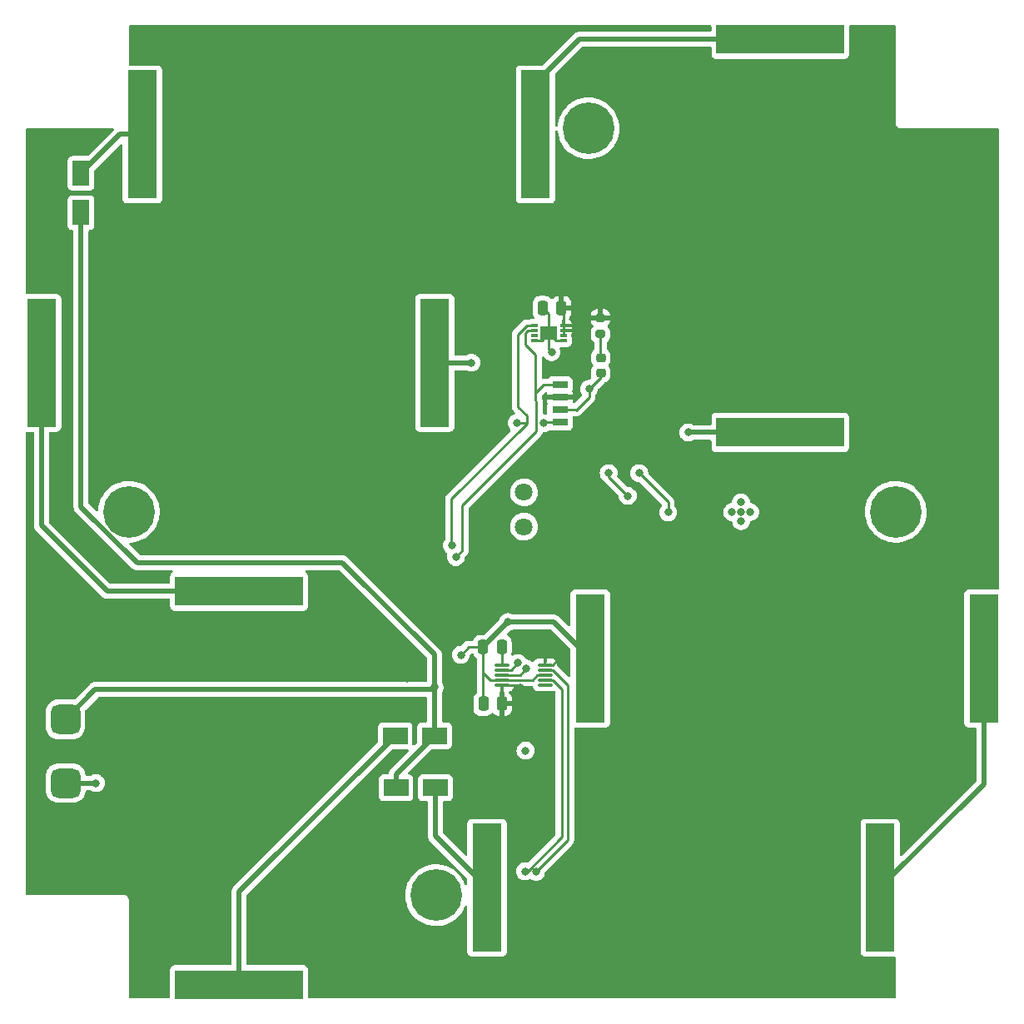
<source format=gbr>
%TF.GenerationSoftware,KiCad,Pcbnew,(6.0.7)*%
%TF.CreationDate,2023-01-31T02:36:04-08:00*%
%TF.ProjectId,solar-panel-side-Z,736f6c61-722d-4706-916e-656c2d736964,2.0*%
%TF.SameCoordinates,Original*%
%TF.FileFunction,Copper,L1,Top*%
%TF.FilePolarity,Positive*%
%FSLAX46Y46*%
G04 Gerber Fmt 4.6, Leading zero omitted, Abs format (unit mm)*
G04 Created by KiCad (PCBNEW (6.0.7)) date 2023-01-31 02:36:04*
%MOMM*%
%LPD*%
G01*
G04 APERTURE LIST*
G04 Aperture macros list*
%AMRoundRect*
0 Rectangle with rounded corners*
0 $1 Rounding radius*
0 $2 $3 $4 $5 $6 $7 $8 $9 X,Y pos of 4 corners*
0 Add a 4 corners polygon primitive as box body*
4,1,4,$2,$3,$4,$5,$6,$7,$8,$9,$2,$3,0*
0 Add four circle primitives for the rounded corners*
1,1,$1+$1,$2,$3*
1,1,$1+$1,$4,$5*
1,1,$1+$1,$6,$7*
1,1,$1+$1,$8,$9*
0 Add four rect primitives between the rounded corners*
20,1,$1+$1,$2,$3,$4,$5,0*
20,1,$1+$1,$4,$5,$6,$7,0*
20,1,$1+$1,$6,$7,$8,$9,0*
20,1,$1+$1,$8,$9,$2,$3,0*%
G04 Aperture macros list end*
%TA.AperFunction,ComponentPad*%
%ADD10C,5.250000*%
%TD*%
%TA.AperFunction,SMDPad,CuDef*%
%ADD11R,2.500000X1.700000*%
%TD*%
%TA.AperFunction,SMDPad,CuDef*%
%ADD12RoundRect,0.750000X-0.750000X-0.750000X0.750000X-0.750000X0.750000X0.750000X-0.750000X0.750000X0*%
%TD*%
%TA.AperFunction,SMDPad,CuDef*%
%ADD13RoundRect,0.218750X0.256250X-0.218750X0.256250X0.218750X-0.256250X0.218750X-0.256250X-0.218750X0*%
%TD*%
%TA.AperFunction,SMDPad,CuDef*%
%ADD14RoundRect,0.250000X0.250000X0.475000X-0.250000X0.475000X-0.250000X-0.475000X0.250000X-0.475000X0*%
%TD*%
%TA.AperFunction,SMDPad,CuDef*%
%ADD15R,1.750000X1.450000*%
%TD*%
%TA.AperFunction,SMDPad,CuDef*%
%ADD16R,0.750000X0.300000*%
%TD*%
%TA.AperFunction,SMDPad,CuDef*%
%ADD17R,3.000000X13.000000*%
%TD*%
%TA.AperFunction,SMDPad,CuDef*%
%ADD18R,13.000000X3.000000*%
%TD*%
%TA.AperFunction,SMDPad,CuDef*%
%ADD19RoundRect,0.200000X-0.275000X0.200000X-0.275000X-0.200000X0.275000X-0.200000X0.275000X0.200000X0*%
%TD*%
%TA.AperFunction,SMDPad,CuDef*%
%ADD20RoundRect,0.075000X-0.650000X-0.075000X0.650000X-0.075000X0.650000X0.075000X-0.650000X0.075000X0*%
%TD*%
%TA.AperFunction,SMDPad,CuDef*%
%ADD21R,1.600000X0.700000*%
%TD*%
%TA.AperFunction,SMDPad,CuDef*%
%ADD22R,1.700000X2.500000*%
%TD*%
%TA.AperFunction,ComponentPad*%
%ADD23C,1.800000*%
%TD*%
%TA.AperFunction,ViaPad*%
%ADD24C,0.800000*%
%TD*%
%TA.AperFunction,Conductor*%
%ADD25C,0.250000*%
%TD*%
%TA.AperFunction,Conductor*%
%ADD26C,0.500000*%
%TD*%
G04 APERTURE END LIST*
D10*
%TO.P,J3,1,Pin_1*%
%TO.N,unconnected-(J3-Pad1)*%
X110500000Y-85000000D03*
%TD*%
%TO.P,J4,1,Pin_1*%
%TO.N,unconnected-(J4-Pad1)*%
X141750000Y-124000000D03*
%TD*%
%TO.P,J5,1,Pin_1*%
%TO.N,unconnected-(J5-Pad1)*%
X157250000Y-46000000D03*
%TD*%
%TO.P,J6,1,Pin_1*%
%TO.N,unconnected-(J6-Pad1)*%
X188500000Y-85000000D03*
%TD*%
D11*
%TO.P,D3,2,A*%
%TO.N,Net-(D3-Pad2)*%
X137590000Y-107770000D03*
%TO.P,D3,1,K*%
%TO.N,VSOLAR*%
X141590000Y-107770000D03*
%TD*%
D12*
%TO.P,TP1,1,1*%
%TO.N,VSOLAR*%
X104050000Y-106110000D03*
%TD*%
D13*
%TO.P,D5,2,A*%
%TO.N,Net-(D5-Pad2)*%
X158500000Y-69337500D03*
%TO.P,D5,1,K*%
%TO.N,GND*%
X158500000Y-70912500D03*
%TD*%
D14*
%TO.P,C5,2*%
%TO.N,GND*%
X146530000Y-98750000D03*
%TO.P,C5,1*%
%TO.N,Net-(C5-Pad1)*%
X148430000Y-98750000D03*
%TD*%
D15*
%TO.P,U3,9,EP/GND*%
%TO.N,GND*%
X153230000Y-66830000D03*
D16*
%TO.P,U3,8,VDD*%
%TO.N,+3V3*%
X154680000Y-66080000D03*
%TO.P,U3,7,A0*%
X154680000Y-66580000D03*
%TO.P,U3,6,A1*%
X154680000Y-67080000D03*
%TO.P,U3,5,A2*%
%TO.N,GND*%
X154680000Y-67580000D03*
%TO.P,U3,4,GND*%
X151780000Y-67580000D03*
%TO.P,U3,3,Alert*%
%TO.N,unconnected-(U3-Pad3)*%
X151780000Y-67080000D03*
%TO.P,U3,2,SCL*%
%TO.N,SCL*%
X151780000Y-66580000D03*
%TO.P,U3,1,SDA*%
%TO.N,SDA*%
X151780000Y-66080000D03*
%TD*%
D17*
%TO.P,SC5,2,-*%
%TO.N,Net-(SC5-Pad2)*%
X186930000Y-123240000D03*
%TO.P,SC5,1,+*%
%TO.N,Net-(D4-Pad2)*%
X146930000Y-123240000D03*
%TD*%
D12*
%TO.P,TP2,1,1*%
%TO.N,GND*%
X104080000Y-112590000D03*
%TD*%
D18*
%TO.P,SC3,2,-*%
%TO.N,Net-(SC3-Pad2)*%
X121720000Y-93090000D03*
%TO.P,SC3,1,+*%
%TO.N,Net-(D3-Pad2)*%
X121720000Y-133090000D03*
%TD*%
D19*
%TO.P,R2,2*%
%TO.N,Net-(D5-Pad2)*%
X158460000Y-66940000D03*
%TO.P,R2,1*%
%TO.N,+3V3*%
X158460000Y-65290000D03*
%TD*%
D14*
%TO.P,C3,2*%
%TO.N,GND*%
X146560000Y-104540000D03*
%TO.P,C3,1*%
%TO.N,+3V3*%
X148460000Y-104540000D03*
%TD*%
D20*
%TO.P,U2,10,VDD*%
%TO.N,+3V3*%
X152840000Y-100610000D03*
%TO.P,U2,9,OUT-*%
%TO.N,Net-(U2-Pad7)*%
X152840000Y-101110000D03*
%TO.P,U2,8,GND*%
%TO.N,GND*%
X152840000Y-101610000D03*
%TO.P,U2,7,OUT+*%
%TO.N,Net-(U2-Pad7)*%
X152840000Y-102110000D03*
%TO.P,U2,6,VDD/NC*%
%TO.N,unconnected-(U2-Pad6)*%
X152840000Y-102610000D03*
%TO.P,U2,5,EN*%
%TO.N,+3V3*%
X148440000Y-102610000D03*
%TO.P,U2,4,IN/TRIG*%
%TO.N,GND*%
X148440000Y-102110000D03*
%TO.P,U2,3,SDA*%
%TO.N,SDA*%
X148440000Y-101610000D03*
%TO.P,U2,2,SCL*%
%TO.N,SCL*%
X148440000Y-101110000D03*
%TO.P,U2,1,REG*%
%TO.N,Net-(C5-Pad1)*%
X148440000Y-100610000D03*
%TD*%
D11*
%TO.P,D4,2,A*%
%TO.N,Net-(D4-Pad2)*%
X141680000Y-113090000D03*
%TO.P,D4,1,K*%
%TO.N,VSOLAR*%
X137680000Y-113090000D03*
%TD*%
D14*
%TO.P,C2,2*%
%TO.N,GND*%
X152600000Y-64285000D03*
%TO.P,C2,1*%
%TO.N,+3V3*%
X154500000Y-64285000D03*
%TD*%
D21*
%TO.P,IC1,4,SDA*%
%TO.N,SDA*%
X154350000Y-75905000D03*
%TO.P,IC1,3,GND*%
%TO.N,GND*%
X154350000Y-74635000D03*
%TO.P,IC1,2,VDD*%
%TO.N,+3V3*%
X154350000Y-73365000D03*
%TO.P,IC1,1,SCL*%
%TO.N,SCL*%
X154350000Y-72095000D03*
%TD*%
D17*
%TO.P,SC4,2,-*%
%TO.N,GND*%
X141620000Y-69850000D03*
%TO.P,SC4,1,+*%
%TO.N,Net-(SC3-Pad2)*%
X101620000Y-69850000D03*
%TD*%
%TO.P,SC6,2,-*%
%TO.N,GND*%
X157440000Y-99920000D03*
%TO.P,SC6,1,+*%
%TO.N,Net-(SC5-Pad2)*%
X197440000Y-99920000D03*
%TD*%
D18*
%TO.P,SC2,2,-*%
%TO.N,GND*%
X176760000Y-76940000D03*
%TO.P,SC2,1,+*%
%TO.N,Net-(SC1-Pad2)*%
X176760000Y-36940000D03*
%TD*%
D22*
%TO.P,D2,2,A*%
%TO.N,Net-(D2-Pad2)*%
X105650000Y-50590000D03*
%TO.P,D2,1,K*%
%TO.N,VSOLAR*%
X105650000Y-54590000D03*
%TD*%
D17*
%TO.P,SC1,2,-*%
%TO.N,Net-(SC1-Pad2)*%
X151870000Y-46630000D03*
%TO.P,SC1,1,+*%
%TO.N,Net-(D2-Pad2)*%
X111870000Y-46630000D03*
%TD*%
D23*
%TO.P,J2,2,Pin_2*%
%TO.N,Net-(FB1-Pad1)*%
X150689922Y-86520000D03*
%TO.P,J2,1,Pin_1*%
%TO.N,Net-(FB2-Pad1)*%
X150689922Y-83020000D03*
%TD*%
D24*
%TO.N,+3V3*%
X138815000Y-101955000D03*
%TO.N,GND*%
X172760000Y-84040000D03*
X173700000Y-85030000D03*
X171850000Y-85030000D03*
X172770000Y-85950000D03*
X172770000Y-85030000D03*
X107150000Y-112590000D03*
X149060000Y-96220000D03*
X157310000Y-72510000D03*
X145330000Y-69850000D03*
X144270000Y-99550000D03*
X167400000Y-76940000D03*
X153500000Y-68760000D03*
%TO.N,+3V3*%
X159299922Y-84780000D03*
X141210000Y-95190000D03*
X150340000Y-102880000D03*
X171980000Y-81020000D03*
X164009922Y-85100000D03*
X154250000Y-99940000D03*
%TO.N,VSOLAR*%
X141590000Y-102830000D03*
%TO.N,SDA*%
X149950000Y-75975000D03*
X150940000Y-100960000D03*
X143340000Y-88410000D03*
X152684500Y-76000000D03*
%TO.N,SCL*%
X143775000Y-89605000D03*
X150070000Y-100390000D03*
%TO.N,Net-(D1-Pad3)*%
X161239922Y-83380000D03*
X159309922Y-81070000D03*
%TO.N,VSense*%
X162404922Y-81085000D03*
X165349922Y-85060000D03*
%TO.N,Net-(U2-Pad7)*%
X150800000Y-121570000D03*
X150850000Y-109290000D03*
X151910000Y-121620000D03*
%TD*%
D25*
%TO.N,+3V3*%
X154680000Y-67080000D02*
X154680000Y-66080000D01*
%TO.N,GND*%
X153980000Y-67580000D02*
X153230000Y-66830000D01*
X154680000Y-67580000D02*
X153980000Y-67580000D01*
%TO.N,Net-(U2-Pad7)*%
X151060000Y-121570000D02*
X154550000Y-118080000D01*
X150800000Y-121570000D02*
X151060000Y-121570000D01*
X154550000Y-103029315D02*
X153630685Y-102110000D01*
X154550000Y-118080000D02*
X154550000Y-103029315D01*
X153630685Y-102110000D02*
X152840000Y-102110000D01*
%TO.N,GND*%
X158500000Y-70912500D02*
X158500000Y-71320000D01*
D26*
X153740000Y-96220000D02*
X149060000Y-96220000D01*
D25*
X153230000Y-68490000D02*
X153500000Y-68760000D01*
D26*
X149060000Y-96220000D02*
X146530000Y-98750000D01*
D25*
X152480000Y-67580000D02*
X153230000Y-66830000D01*
X146560000Y-104540000D02*
X146530000Y-104510000D01*
X146530000Y-101400000D02*
X146530000Y-98750000D01*
D26*
X141620000Y-69850000D02*
X145330000Y-69850000D01*
D25*
X153230000Y-66830000D02*
X153230000Y-68490000D01*
X147260000Y-102130000D02*
X146530000Y-101400000D01*
X152049315Y-101610000D02*
X152840000Y-101610000D01*
X157310000Y-72510000D02*
X157310000Y-73365000D01*
X153230000Y-66830000D02*
X153230000Y-64915000D01*
X148440000Y-102110000D02*
X151549315Y-102110000D01*
X158500000Y-71320000D02*
X157310000Y-72510000D01*
X157310000Y-73365000D02*
X156000000Y-74675000D01*
X148440000Y-102110000D02*
X148420000Y-102130000D01*
X151780000Y-67580000D02*
X152480000Y-67580000D01*
X155960000Y-74635000D02*
X154350000Y-74635000D01*
D26*
X157440000Y-99920000D02*
X153740000Y-96220000D01*
D25*
X146530000Y-98750000D02*
X145070000Y-98750000D01*
X151549315Y-102110000D02*
X152049315Y-101610000D01*
D26*
X104080000Y-112590000D02*
X107150000Y-112590000D01*
D25*
X146530000Y-104510000D02*
X146530000Y-101400000D01*
X145070000Y-98750000D02*
X144270000Y-99550000D01*
X156000000Y-74675000D02*
X155960000Y-74635000D01*
X153230000Y-64915000D02*
X152600000Y-64285000D01*
D26*
X176760000Y-76940000D02*
X167400000Y-76940000D01*
D25*
X148420000Y-102130000D02*
X147260000Y-102130000D01*
%TO.N,+3V3*%
X152840000Y-100610000D02*
X153580000Y-100610000D01*
X148440000Y-102610000D02*
X150070000Y-102610000D01*
X154680000Y-64465000D02*
X154500000Y-64285000D01*
X148460000Y-104540000D02*
X148460000Y-102630000D01*
X164009922Y-85100000D02*
X163689922Y-84780000D01*
X150070000Y-102610000D02*
X150340000Y-102880000D01*
X163689922Y-84780000D02*
X159299922Y-84780000D01*
X154680000Y-66080000D02*
X154680000Y-64465000D01*
X148460000Y-102630000D02*
X148440000Y-102610000D01*
X153580000Y-100610000D02*
X154250000Y-99940000D01*
D26*
%TO.N,VSOLAR*%
X105650000Y-54590000D02*
X105650000Y-84498707D01*
X105650000Y-84498707D02*
X111331293Y-90180000D01*
X141590000Y-102830000D02*
X141340000Y-103080000D01*
X137680000Y-111680000D02*
X141590000Y-107770000D01*
X137680000Y-113090000D02*
X137680000Y-111680000D01*
X107080000Y-103080000D02*
X104050000Y-106110000D01*
X132230000Y-90180000D02*
X141590000Y-99540000D01*
X141340000Y-103080000D02*
X107080000Y-103080000D01*
X111331293Y-90180000D02*
X132230000Y-90180000D01*
X141590000Y-107770000D02*
X141590000Y-102830000D01*
X141590000Y-99540000D02*
X141590000Y-102830000D01*
D25*
%TO.N,SDA*%
X152779500Y-75905000D02*
X152684500Y-76000000D01*
X143330000Y-88430000D02*
X143330000Y-83670000D01*
X150975000Y-76025000D02*
X150975000Y-75205000D01*
X143330000Y-83670000D02*
X150975000Y-76025000D01*
X150968604Y-66080000D02*
X151780000Y-66080000D01*
X154350000Y-75905000D02*
X152779500Y-75905000D01*
X150090000Y-66958604D02*
X150968604Y-66080000D01*
X150925000Y-75975000D02*
X150975000Y-76025000D01*
X149950000Y-75975000D02*
X150925000Y-75975000D01*
X150975000Y-75205000D02*
X150090000Y-74320000D01*
X150290000Y-101610000D02*
X150940000Y-100960000D01*
X150090000Y-74320000D02*
X150090000Y-66958604D01*
X148440000Y-101610000D02*
X150290000Y-101610000D01*
%TO.N,SCL*%
X152680000Y-72095000D02*
X151865000Y-72910000D01*
X148440000Y-101110000D02*
X149350000Y-101110000D01*
X151865000Y-72910000D02*
X151865000Y-68995000D01*
X144420000Y-88960000D02*
X144420000Y-84360000D01*
X144420000Y-84360000D02*
X151960000Y-76820000D01*
X154350000Y-72095000D02*
X152680000Y-72095000D01*
X151960000Y-76820000D02*
X151960000Y-73805000D01*
X151865000Y-68995000D02*
X150860000Y-67990000D01*
X143775000Y-89605000D02*
X144420000Y-88960000D01*
X150860000Y-67990000D02*
X150860000Y-66825000D01*
X151865000Y-73710000D02*
X151865000Y-72910000D01*
X151960000Y-73805000D02*
X151865000Y-73710000D01*
X151105000Y-66580000D02*
X151780000Y-66580000D01*
X149350000Y-101110000D02*
X150070000Y-100390000D01*
X150860000Y-66825000D02*
X151105000Y-66580000D01*
%TO.N,Net-(C5-Pad1)*%
X148440000Y-98760000D02*
X148430000Y-98750000D01*
X148440000Y-100610000D02*
X148440000Y-98760000D01*
%TO.N,Net-(D1-Pad3)*%
X161239922Y-83380000D02*
X159309922Y-81450000D01*
X159309922Y-81450000D02*
X159309922Y-81070000D01*
%TO.N,VSense*%
X165349922Y-84030000D02*
X162404922Y-81085000D01*
X165349922Y-85060000D02*
X165349922Y-84030000D01*
D26*
%TO.N,Net-(D2-Pad2)*%
X111870000Y-46630000D02*
X109610000Y-46630000D01*
X109610000Y-46630000D02*
X105650000Y-50590000D01*
%TO.N,Net-(D3-Pad2)*%
X121720000Y-123640000D02*
X121720000Y-133090000D01*
X137590000Y-107770000D02*
X121720000Y-123640000D01*
%TO.N,Net-(D4-Pad2)*%
X141680000Y-117990000D02*
X141680000Y-113090000D01*
X146930000Y-123240000D02*
X141680000Y-117990000D01*
%TO.N,Net-(SC1-Pad2)*%
X151870000Y-46630000D02*
X151870000Y-41410000D01*
X151870000Y-41410000D02*
X156340000Y-36940000D01*
X156340000Y-36940000D02*
X176760000Y-36940000D01*
%TO.N,Net-(SC3-Pad2)*%
X101620000Y-86410000D02*
X108300000Y-93090000D01*
X101620000Y-69850000D02*
X101620000Y-86410000D01*
X108300000Y-93090000D02*
X121720000Y-93090000D01*
%TO.N,Net-(SC5-Pad2)*%
X197440000Y-112730000D02*
X186930000Y-123240000D01*
X197440000Y-99920000D02*
X197440000Y-112730000D01*
D25*
%TO.N,Net-(U2-Pad7)*%
X155150000Y-118380000D02*
X151910000Y-121620000D01*
X155150000Y-102610000D02*
X155150000Y-118380000D01*
X152840000Y-101110000D02*
X153650000Y-101110000D01*
X153650000Y-101110000D02*
X155150000Y-102610000D01*
%TO.N,Net-(D5-Pad2)*%
X158460000Y-66940000D02*
X158460000Y-69297500D01*
X158460000Y-69297500D02*
X158500000Y-69337500D01*
%TD*%
%TA.AperFunction,Conductor*%
%TO.N,+3V3*%
G36*
X169693621Y-35528502D02*
G01*
X169740114Y-35582158D01*
X169751500Y-35634500D01*
X169751500Y-36055500D01*
X169731498Y-36123621D01*
X169677842Y-36170114D01*
X169625500Y-36181500D01*
X156407070Y-36181500D01*
X156388120Y-36180067D01*
X156373885Y-36177901D01*
X156373881Y-36177901D01*
X156366651Y-36176801D01*
X156359359Y-36177394D01*
X156359356Y-36177394D01*
X156313982Y-36181085D01*
X156303767Y-36181500D01*
X156295707Y-36181500D01*
X156292073Y-36181924D01*
X156292067Y-36181924D01*
X156279042Y-36183443D01*
X156267480Y-36184791D01*
X156263132Y-36185221D01*
X156241059Y-36187016D01*
X156197662Y-36190546D01*
X156197659Y-36190547D01*
X156190364Y-36191140D01*
X156183400Y-36193396D01*
X156177461Y-36194583D01*
X156171590Y-36195970D01*
X156164319Y-36196818D01*
X156157443Y-36199314D01*
X156157434Y-36199316D01*
X156095702Y-36221725D01*
X156091598Y-36223135D01*
X156022101Y-36245648D01*
X156015846Y-36249444D01*
X156010387Y-36251943D01*
X156004939Y-36254671D01*
X155998063Y-36257167D01*
X155937010Y-36297195D01*
X155933327Y-36299519D01*
X155875686Y-36334496D01*
X155875682Y-36334499D01*
X155870893Y-36337405D01*
X155862517Y-36344803D01*
X155862493Y-36344776D01*
X155859511Y-36347421D01*
X155856274Y-36350128D01*
X155850148Y-36354144D01*
X155845112Y-36359460D01*
X155845111Y-36359461D01*
X155796854Y-36410402D01*
X155794476Y-36412844D01*
X152622724Y-39584595D01*
X152560412Y-39618621D01*
X152533629Y-39621500D01*
X150321866Y-39621500D01*
X150259684Y-39628255D01*
X150123295Y-39679385D01*
X150006739Y-39766739D01*
X149919385Y-39883295D01*
X149868255Y-40019684D01*
X149861500Y-40081866D01*
X149861500Y-53178134D01*
X149868255Y-53240316D01*
X149919385Y-53376705D01*
X150006739Y-53493261D01*
X150123295Y-53580615D01*
X150259684Y-53631745D01*
X150321866Y-53638500D01*
X153418134Y-53638500D01*
X153480316Y-53631745D01*
X153616705Y-53580615D01*
X153733261Y-53493261D01*
X153820615Y-53376705D01*
X153871745Y-53240316D01*
X153878500Y-53178134D01*
X153878500Y-46341522D01*
X153898502Y-46273401D01*
X153952158Y-46226908D01*
X154022432Y-46216804D01*
X154087012Y-46246298D01*
X154125396Y-46306024D01*
X154129017Y-46322246D01*
X154180145Y-46652518D01*
X154272012Y-46990645D01*
X154273302Y-46993904D01*
X154273304Y-46993909D01*
X154322316Y-47117698D01*
X154400998Y-47316424D01*
X154565493Y-47625795D01*
X154567483Y-47628701D01*
X154567484Y-47628703D01*
X154654216Y-47755371D01*
X154763449Y-47914902D01*
X154992397Y-48180142D01*
X155249485Y-48418207D01*
X155531507Y-48626132D01*
X155534544Y-48627886D01*
X155534548Y-48627888D01*
X155695060Y-48720559D01*
X155834949Y-48801324D01*
X155838170Y-48802731D01*
X156152807Y-48940193D01*
X156152817Y-48940197D01*
X156156029Y-48941600D01*
X156159387Y-48942639D01*
X156159391Y-48942641D01*
X156295685Y-48984831D01*
X156490743Y-49045212D01*
X156494199Y-49045871D01*
X156494198Y-49045871D01*
X156831471Y-49110210D01*
X156831477Y-49110211D01*
X156834922Y-49110868D01*
X157066253Y-49128668D01*
X157180777Y-49137480D01*
X157180778Y-49137480D01*
X157184274Y-49137749D01*
X157416291Y-49129646D01*
X157530929Y-49125643D01*
X157530933Y-49125643D01*
X157534445Y-49125520D01*
X157537924Y-49125006D01*
X157537927Y-49125006D01*
X157877578Y-49074851D01*
X157877584Y-49074850D01*
X157881070Y-49074335D01*
X157884474Y-49073436D01*
X157884477Y-49073435D01*
X158216439Y-48985727D01*
X158216440Y-48985727D01*
X158219830Y-48984831D01*
X158546502Y-48858123D01*
X158857014Y-48695792D01*
X159147496Y-48499859D01*
X159414327Y-48272768D01*
X159499069Y-48182527D01*
X159651771Y-48019916D01*
X159651775Y-48019911D01*
X159654182Y-48017348D01*
X159864071Y-47736785D01*
X159897468Y-47679862D01*
X160031633Y-47451181D01*
X160041377Y-47434573D01*
X160042809Y-47431357D01*
X160182459Y-47117698D01*
X160182461Y-47117693D01*
X160183891Y-47114481D01*
X160289837Y-46780498D01*
X160357894Y-46436786D01*
X160371614Y-46273401D01*
X160387030Y-46089814D01*
X160387031Y-46089803D01*
X160387213Y-46087630D01*
X160387290Y-46082158D01*
X160388407Y-46002178D01*
X160388407Y-46002166D01*
X160388437Y-46000000D01*
X160387737Y-45987467D01*
X160370845Y-45685351D01*
X160368878Y-45650162D01*
X160366365Y-45635302D01*
X160311032Y-45308153D01*
X160311031Y-45308148D01*
X160310445Y-45304684D01*
X160213866Y-44967873D01*
X160166818Y-44853726D01*
X160081683Y-44647171D01*
X160081679Y-44647163D01*
X160080345Y-44643926D01*
X159911546Y-44336882D01*
X159709573Y-44050567D01*
X159476943Y-43788550D01*
X159474342Y-43786208D01*
X159474337Y-43786203D01*
X159219167Y-43556447D01*
X159219166Y-43556447D01*
X159216557Y-43554097D01*
X159178538Y-43526878D01*
X158934513Y-43352173D01*
X158934510Y-43352171D01*
X158931659Y-43350130D01*
X158625800Y-43179192D01*
X158302794Y-43043412D01*
X158299425Y-43042421D01*
X158299421Y-43042419D01*
X158151053Y-42998752D01*
X157966665Y-42944484D01*
X157690895Y-42895858D01*
X157625063Y-42884250D01*
X157625061Y-42884250D01*
X157621603Y-42883640D01*
X157618094Y-42883419D01*
X157618092Y-42883419D01*
X157275428Y-42861860D01*
X157275422Y-42861860D01*
X157271910Y-42861639D01*
X157174516Y-42866403D01*
X156925451Y-42878584D01*
X156925443Y-42878585D01*
X156921944Y-42878756D01*
X156918476Y-42879318D01*
X156918473Y-42879318D01*
X156579542Y-42934213D01*
X156579539Y-42934214D01*
X156576067Y-42934776D01*
X156572684Y-42935721D01*
X156572682Y-42935721D01*
X156537747Y-42945475D01*
X156238589Y-43029001D01*
X156235341Y-43030313D01*
X156235333Y-43030316D01*
X155916983Y-43158938D01*
X155916979Y-43158940D01*
X155913719Y-43160257D01*
X155910632Y-43161926D01*
X155910628Y-43161928D01*
X155881220Y-43177829D01*
X155605503Y-43326909D01*
X155317785Y-43526878D01*
X155315143Y-43529191D01*
X155315139Y-43529194D01*
X155076206Y-43738365D01*
X155054151Y-43757673D01*
X154817886Y-44016416D01*
X154611935Y-44299883D01*
X154438865Y-44604541D01*
X154300834Y-44926591D01*
X154281112Y-44991914D01*
X154200789Y-45257958D01*
X154199562Y-45262021D01*
X154183452Y-45349800D01*
X154141505Y-45578352D01*
X154136311Y-45606650D01*
X154133686Y-45644187D01*
X154130193Y-45694140D01*
X154105488Y-45760700D01*
X154048720Y-45803337D01*
X153977912Y-45808514D01*
X153915546Y-45774588D01*
X153881422Y-45712329D01*
X153878500Y-45685351D01*
X153878500Y-40526371D01*
X153898502Y-40458250D01*
X153915405Y-40437276D01*
X156617276Y-37735405D01*
X156679588Y-37701379D01*
X156706371Y-37698500D01*
X169625500Y-37698500D01*
X169693621Y-37718502D01*
X169740114Y-37772158D01*
X169751500Y-37824500D01*
X169751500Y-38488134D01*
X169758255Y-38550316D01*
X169809385Y-38686705D01*
X169896739Y-38803261D01*
X170013295Y-38890615D01*
X170149684Y-38941745D01*
X170211866Y-38948500D01*
X183308134Y-38948500D01*
X183370316Y-38941745D01*
X183506705Y-38890615D01*
X183623261Y-38803261D01*
X183710615Y-38686705D01*
X183761745Y-38550316D01*
X183768500Y-38488134D01*
X183768500Y-35634500D01*
X183788502Y-35566379D01*
X183842158Y-35519886D01*
X183894500Y-35508500D01*
X188365500Y-35508500D01*
X188433621Y-35528502D01*
X188480114Y-35582158D01*
X188491500Y-35634500D01*
X188491500Y-45491377D01*
X188491498Y-45492147D01*
X188491024Y-45569721D01*
X188493491Y-45578352D01*
X188499150Y-45598153D01*
X188502728Y-45614915D01*
X188506920Y-45644187D01*
X188510634Y-45652355D01*
X188510634Y-45652356D01*
X188517548Y-45667562D01*
X188523996Y-45685086D01*
X188531051Y-45709771D01*
X188535843Y-45717365D01*
X188535844Y-45717368D01*
X188546830Y-45734780D01*
X188554969Y-45749863D01*
X188567208Y-45776782D01*
X188573069Y-45783584D01*
X188583970Y-45796235D01*
X188595073Y-45811239D01*
X188608776Y-45832958D01*
X188615501Y-45838897D01*
X188615504Y-45838901D01*
X188630938Y-45852532D01*
X188642982Y-45864724D01*
X188656427Y-45880327D01*
X188656430Y-45880329D01*
X188662287Y-45887127D01*
X188669816Y-45892007D01*
X188669817Y-45892008D01*
X188683835Y-45901094D01*
X188698709Y-45912385D01*
X188711217Y-45923431D01*
X188717951Y-45929378D01*
X188744711Y-45941942D01*
X188759691Y-45950263D01*
X188776983Y-45961471D01*
X188776988Y-45961473D01*
X188784515Y-45966352D01*
X188793108Y-45968922D01*
X188793113Y-45968924D01*
X188809120Y-45973711D01*
X188826564Y-45980372D01*
X188841676Y-45987467D01*
X188841678Y-45987468D01*
X188849800Y-45991281D01*
X188858667Y-45992662D01*
X188858668Y-45992662D01*
X188868310Y-45994163D01*
X188879017Y-45995830D01*
X188895732Y-45999613D01*
X188915466Y-46005515D01*
X188915472Y-46005516D01*
X188924066Y-46008086D01*
X188933037Y-46008141D01*
X188933038Y-46008141D01*
X188943097Y-46008202D01*
X188958506Y-46008296D01*
X188959289Y-46008329D01*
X188960386Y-46008500D01*
X188991377Y-46008500D01*
X188992147Y-46008502D01*
X189065785Y-46008952D01*
X189065786Y-46008952D01*
X189069721Y-46008976D01*
X189071065Y-46008592D01*
X189072410Y-46008500D01*
X198865500Y-46008500D01*
X198933621Y-46028502D01*
X198980114Y-46082158D01*
X198991500Y-46134500D01*
X198991500Y-92785500D01*
X198971498Y-92853621D01*
X198917842Y-92900114D01*
X198865500Y-92911500D01*
X195891866Y-92911500D01*
X195829684Y-92918255D01*
X195693295Y-92969385D01*
X195576739Y-93056739D01*
X195489385Y-93173295D01*
X195438255Y-93309684D01*
X195431500Y-93371866D01*
X195431500Y-106468134D01*
X195438255Y-106530316D01*
X195489385Y-106666705D01*
X195576739Y-106783261D01*
X195693295Y-106870615D01*
X195829684Y-106921745D01*
X195891866Y-106928500D01*
X196555500Y-106928500D01*
X196623621Y-106948502D01*
X196670114Y-107002158D01*
X196681500Y-107054500D01*
X196681500Y-112363629D01*
X196661498Y-112431750D01*
X196644595Y-112452724D01*
X189153595Y-119943724D01*
X189091283Y-119977750D01*
X189020468Y-119972685D01*
X188963632Y-119930138D01*
X188938821Y-119863618D01*
X188938500Y-119854629D01*
X188938500Y-116691866D01*
X188931745Y-116629684D01*
X188880615Y-116493295D01*
X188793261Y-116376739D01*
X188676705Y-116289385D01*
X188540316Y-116238255D01*
X188478134Y-116231500D01*
X185381866Y-116231500D01*
X185319684Y-116238255D01*
X185183295Y-116289385D01*
X185066739Y-116376739D01*
X184979385Y-116493295D01*
X184928255Y-116629684D01*
X184921500Y-116691866D01*
X184921500Y-129788134D01*
X184928255Y-129850316D01*
X184979385Y-129986705D01*
X185066739Y-130103261D01*
X185183295Y-130190615D01*
X185319684Y-130241745D01*
X185381866Y-130248500D01*
X188365500Y-130248500D01*
X188433621Y-130268502D01*
X188480114Y-130322158D01*
X188491500Y-130374500D01*
X188491500Y-134365500D01*
X188471498Y-134433621D01*
X188417842Y-134480114D01*
X188365500Y-134491500D01*
X128854500Y-134491500D01*
X128786379Y-134471498D01*
X128739886Y-134417842D01*
X128728500Y-134365500D01*
X128728500Y-131541866D01*
X128721745Y-131479684D01*
X128670615Y-131343295D01*
X128583261Y-131226739D01*
X128466705Y-131139385D01*
X128330316Y-131088255D01*
X128268134Y-131081500D01*
X122604500Y-131081500D01*
X122536379Y-131061498D01*
X122489886Y-131007842D01*
X122478500Y-130955500D01*
X122478500Y-124006371D01*
X122493237Y-123956181D01*
X138611869Y-123956181D01*
X138626542Y-124306258D01*
X138647131Y-124439254D01*
X138667328Y-124569721D01*
X138680145Y-124652518D01*
X138772012Y-124990645D01*
X138773302Y-124993904D01*
X138773304Y-124993909D01*
X138823289Y-125120156D01*
X138900998Y-125316424D01*
X139065493Y-125625795D01*
X139067483Y-125628701D01*
X139067484Y-125628703D01*
X139141490Y-125736785D01*
X139263449Y-125914902D01*
X139492397Y-126180142D01*
X139749485Y-126418207D01*
X140031507Y-126626132D01*
X140034544Y-126627886D01*
X140034548Y-126627888D01*
X140195060Y-126720559D01*
X140334949Y-126801324D01*
X140338170Y-126802731D01*
X140652807Y-126940193D01*
X140652817Y-126940197D01*
X140656029Y-126941600D01*
X140659387Y-126942639D01*
X140659391Y-126942641D01*
X140795685Y-126984831D01*
X140990743Y-127045212D01*
X140994199Y-127045871D01*
X140994198Y-127045871D01*
X141331471Y-127110210D01*
X141331477Y-127110211D01*
X141334922Y-127110868D01*
X141566253Y-127128668D01*
X141680777Y-127137480D01*
X141680778Y-127137480D01*
X141684274Y-127137749D01*
X141916291Y-127129646D01*
X142030929Y-127125643D01*
X142030933Y-127125643D01*
X142034445Y-127125520D01*
X142037924Y-127125006D01*
X142037927Y-127125006D01*
X142377578Y-127074851D01*
X142377584Y-127074850D01*
X142381070Y-127074335D01*
X142384474Y-127073436D01*
X142384477Y-127073435D01*
X142716439Y-126985727D01*
X142716440Y-126985727D01*
X142719830Y-126984831D01*
X143046502Y-126858123D01*
X143357014Y-126695792D01*
X143647496Y-126499859D01*
X143914327Y-126272768D01*
X143999069Y-126182527D01*
X144151771Y-126019916D01*
X144151775Y-126019911D01*
X144154182Y-126017348D01*
X144364071Y-125736785D01*
X144541377Y-125434573D01*
X144542809Y-125431357D01*
X144680393Y-125122338D01*
X144726373Y-125068242D01*
X144794301Y-125047593D01*
X144862609Y-125066945D01*
X144909610Y-125120156D01*
X144921500Y-125173587D01*
X144921500Y-129788134D01*
X144928255Y-129850316D01*
X144979385Y-129986705D01*
X145066739Y-130103261D01*
X145183295Y-130190615D01*
X145319684Y-130241745D01*
X145381866Y-130248500D01*
X148478134Y-130248500D01*
X148540316Y-130241745D01*
X148676705Y-130190615D01*
X148793261Y-130103261D01*
X148880615Y-129986705D01*
X148931745Y-129850316D01*
X148938500Y-129788134D01*
X148938500Y-116691866D01*
X148931745Y-116629684D01*
X148880615Y-116493295D01*
X148793261Y-116376739D01*
X148676705Y-116289385D01*
X148540316Y-116238255D01*
X148478134Y-116231500D01*
X145381866Y-116231500D01*
X145319684Y-116238255D01*
X145183295Y-116289385D01*
X145066739Y-116376739D01*
X144979385Y-116493295D01*
X144928255Y-116629684D01*
X144921500Y-116691866D01*
X144921500Y-119854629D01*
X144901498Y-119922750D01*
X144847842Y-119969243D01*
X144777568Y-119979347D01*
X144712988Y-119949853D01*
X144706405Y-119943724D01*
X142475405Y-117712724D01*
X142441379Y-117650412D01*
X142438500Y-117623629D01*
X142438500Y-114574500D01*
X142458502Y-114506379D01*
X142512158Y-114459886D01*
X142564500Y-114448500D01*
X142978134Y-114448500D01*
X143040316Y-114441745D01*
X143176705Y-114390615D01*
X143293261Y-114303261D01*
X143380615Y-114186705D01*
X143431745Y-114050316D01*
X143438500Y-113988134D01*
X143438500Y-112191866D01*
X143431745Y-112129684D01*
X143380615Y-111993295D01*
X143293261Y-111876739D01*
X143176705Y-111789385D01*
X143040316Y-111738255D01*
X142978134Y-111731500D01*
X140381866Y-111731500D01*
X140319684Y-111738255D01*
X140183295Y-111789385D01*
X140066739Y-111876739D01*
X139979385Y-111993295D01*
X139928255Y-112129684D01*
X139921500Y-112191866D01*
X139921500Y-113988134D01*
X139928255Y-114050316D01*
X139979385Y-114186705D01*
X140066739Y-114303261D01*
X140183295Y-114390615D01*
X140319684Y-114441745D01*
X140381866Y-114448500D01*
X140795500Y-114448500D01*
X140863621Y-114468502D01*
X140910114Y-114522158D01*
X140921500Y-114574500D01*
X140921500Y-117922930D01*
X140920067Y-117941880D01*
X140916801Y-117963349D01*
X140917394Y-117970641D01*
X140917394Y-117970644D01*
X140921085Y-118016018D01*
X140921500Y-118026233D01*
X140921500Y-118034293D01*
X140921925Y-118037937D01*
X140924789Y-118062507D01*
X140925222Y-118066882D01*
X140931140Y-118139637D01*
X140933396Y-118146601D01*
X140934587Y-118152560D01*
X140935971Y-118158415D01*
X140936818Y-118165681D01*
X140961735Y-118234327D01*
X140963152Y-118238455D01*
X140985649Y-118307899D01*
X140989445Y-118314154D01*
X140991951Y-118319628D01*
X140994670Y-118325058D01*
X140997167Y-118331937D01*
X141001180Y-118338057D01*
X141001180Y-118338058D01*
X141037186Y-118392976D01*
X141039523Y-118396680D01*
X141077405Y-118459107D01*
X141081121Y-118463315D01*
X141081122Y-118463316D01*
X141084803Y-118467484D01*
X141084776Y-118467508D01*
X141087429Y-118470500D01*
X141090132Y-118473733D01*
X141094144Y-118479852D01*
X141130694Y-118514476D01*
X141150383Y-118533128D01*
X141152825Y-118535506D01*
X144884595Y-122267276D01*
X144918621Y-122329588D01*
X144921500Y-122356371D01*
X144921500Y-122835284D01*
X144901498Y-122903405D01*
X144847842Y-122949898D01*
X144777568Y-122960002D01*
X144712988Y-122930508D01*
X144679007Y-122883299D01*
X144581683Y-122647171D01*
X144581679Y-122647163D01*
X144580345Y-122643926D01*
X144411546Y-122336882D01*
X144209573Y-122050567D01*
X144162262Y-121997279D01*
X143979274Y-121791175D01*
X143979270Y-121791171D01*
X143976943Y-121788550D01*
X143974342Y-121786208D01*
X143974337Y-121786203D01*
X143719167Y-121556447D01*
X143719166Y-121556447D01*
X143716557Y-121554097D01*
X143678538Y-121526878D01*
X143434513Y-121352173D01*
X143434510Y-121352171D01*
X143431659Y-121350130D01*
X143125800Y-121179192D01*
X142802794Y-121043412D01*
X142799425Y-121042421D01*
X142799421Y-121042419D01*
X142651053Y-120998752D01*
X142466665Y-120944484D01*
X142190895Y-120895858D01*
X142125063Y-120884250D01*
X142125061Y-120884250D01*
X142121603Y-120883640D01*
X142118094Y-120883419D01*
X142118092Y-120883419D01*
X141775428Y-120861860D01*
X141775422Y-120861860D01*
X141771910Y-120861639D01*
X141674516Y-120866403D01*
X141425451Y-120878584D01*
X141425443Y-120878585D01*
X141421944Y-120878756D01*
X141418476Y-120879318D01*
X141418473Y-120879318D01*
X141079542Y-120934213D01*
X141079539Y-120934214D01*
X141076067Y-120934776D01*
X141072684Y-120935721D01*
X141072682Y-120935721D01*
X141037747Y-120945475D01*
X140738589Y-121029001D01*
X140735341Y-121030313D01*
X140735333Y-121030316D01*
X140416983Y-121158938D01*
X140416979Y-121158940D01*
X140413719Y-121160257D01*
X140410632Y-121161926D01*
X140410628Y-121161928D01*
X140381220Y-121177829D01*
X140105503Y-121326909D01*
X139817785Y-121526878D01*
X139815143Y-121529191D01*
X139815139Y-121529194D01*
X139576206Y-121738365D01*
X139554151Y-121757673D01*
X139317886Y-122016416D01*
X139111935Y-122299883D01*
X138938865Y-122604541D01*
X138921985Y-122643926D01*
X138810772Y-122903405D01*
X138800834Y-122926591D01*
X138793797Y-122949898D01*
X138739638Y-123129284D01*
X138699562Y-123262021D01*
X138690981Y-123308775D01*
X138644538Y-123561826D01*
X138636311Y-123606650D01*
X138611869Y-123956181D01*
X122493237Y-123956181D01*
X122498502Y-123938250D01*
X122515405Y-123917276D01*
X137267276Y-109165405D01*
X137329588Y-109131379D01*
X137356371Y-109128500D01*
X138854629Y-109128500D01*
X138922750Y-109148502D01*
X138969243Y-109202158D01*
X138979347Y-109272432D01*
X138949853Y-109337012D01*
X138943724Y-109343595D01*
X137191089Y-111096230D01*
X137176677Y-111108616D01*
X137165082Y-111117149D01*
X137165077Y-111117154D01*
X137159182Y-111121492D01*
X137154443Y-111127070D01*
X137154440Y-111127073D01*
X137124965Y-111161768D01*
X137118035Y-111169284D01*
X137112340Y-111174979D01*
X137110060Y-111177861D01*
X137094719Y-111197251D01*
X137091928Y-111200655D01*
X137049409Y-111250703D01*
X137044667Y-111256285D01*
X137041339Y-111262801D01*
X137037972Y-111267850D01*
X137034805Y-111272979D01*
X137030266Y-111278716D01*
X136999345Y-111344875D01*
X136997442Y-111348769D01*
X136964231Y-111413808D01*
X136962492Y-111420916D01*
X136960393Y-111426559D01*
X136958476Y-111432322D01*
X136955378Y-111438950D01*
X136953888Y-111446112D01*
X136953888Y-111446113D01*
X136940514Y-111510412D01*
X136939544Y-111514696D01*
X136922192Y-111585610D01*
X136921500Y-111596764D01*
X136921464Y-111596762D01*
X136921225Y-111600760D01*
X136920851Y-111604945D01*
X136919360Y-111612115D01*
X136919505Y-111617461D01*
X136893819Y-111682778D01*
X136836241Y-111724315D01*
X136794300Y-111731500D01*
X136381866Y-111731500D01*
X136319684Y-111738255D01*
X136183295Y-111789385D01*
X136066739Y-111876739D01*
X135979385Y-111993295D01*
X135928255Y-112129684D01*
X135921500Y-112191866D01*
X135921500Y-113988134D01*
X135928255Y-114050316D01*
X135979385Y-114186705D01*
X136066739Y-114303261D01*
X136183295Y-114390615D01*
X136319684Y-114441745D01*
X136381866Y-114448500D01*
X138978134Y-114448500D01*
X139040316Y-114441745D01*
X139176705Y-114390615D01*
X139293261Y-114303261D01*
X139380615Y-114186705D01*
X139431745Y-114050316D01*
X139438500Y-113988134D01*
X139438500Y-112191866D01*
X139431745Y-112129684D01*
X139380615Y-111993295D01*
X139293261Y-111876739D01*
X139176705Y-111789385D01*
X139040316Y-111738255D01*
X139007233Y-111734661D01*
X138989763Y-111732763D01*
X138924201Y-111705521D01*
X138883775Y-111647158D01*
X138881320Y-111576203D01*
X138914276Y-111518405D01*
X141142681Y-109290000D01*
X149936496Y-109290000D01*
X149956458Y-109479928D01*
X150015473Y-109661556D01*
X150110960Y-109826944D01*
X150238747Y-109968866D01*
X150393248Y-110081118D01*
X150399276Y-110083802D01*
X150399278Y-110083803D01*
X150561681Y-110156109D01*
X150567712Y-110158794D01*
X150661112Y-110178647D01*
X150748056Y-110197128D01*
X150748061Y-110197128D01*
X150754513Y-110198500D01*
X150945487Y-110198500D01*
X150951939Y-110197128D01*
X150951944Y-110197128D01*
X151038888Y-110178647D01*
X151132288Y-110158794D01*
X151138319Y-110156109D01*
X151300722Y-110083803D01*
X151300724Y-110083802D01*
X151306752Y-110081118D01*
X151461253Y-109968866D01*
X151589040Y-109826944D01*
X151684527Y-109661556D01*
X151743542Y-109479928D01*
X151763504Y-109290000D01*
X151748632Y-109148502D01*
X151744232Y-109106635D01*
X151744232Y-109106633D01*
X151743542Y-109100072D01*
X151684527Y-108918444D01*
X151589040Y-108753056D01*
X151562630Y-108723724D01*
X151465675Y-108616045D01*
X151465674Y-108616044D01*
X151461253Y-108611134D01*
X151306752Y-108498882D01*
X151300724Y-108496198D01*
X151300722Y-108496197D01*
X151138319Y-108423891D01*
X151138318Y-108423891D01*
X151132288Y-108421206D01*
X151038888Y-108401353D01*
X150951944Y-108382872D01*
X150951939Y-108382872D01*
X150945487Y-108381500D01*
X150754513Y-108381500D01*
X150748061Y-108382872D01*
X150748056Y-108382872D01*
X150661113Y-108401353D01*
X150567712Y-108421206D01*
X150561682Y-108423891D01*
X150561681Y-108423891D01*
X150399278Y-108496197D01*
X150399276Y-108496198D01*
X150393248Y-108498882D01*
X150238747Y-108611134D01*
X150234326Y-108616044D01*
X150234325Y-108616045D01*
X150137371Y-108723724D01*
X150110960Y-108753056D01*
X150015473Y-108918444D01*
X149956458Y-109100072D01*
X149955768Y-109106633D01*
X149955768Y-109106635D01*
X149951368Y-109148502D01*
X149936496Y-109290000D01*
X141142681Y-109290000D01*
X141267276Y-109165405D01*
X141329588Y-109131379D01*
X141356371Y-109128500D01*
X142888134Y-109128500D01*
X142950316Y-109121745D01*
X143086705Y-109070615D01*
X143203261Y-108983261D01*
X143290615Y-108866705D01*
X143341745Y-108730316D01*
X143348500Y-108668134D01*
X143348500Y-106871866D01*
X143341745Y-106809684D01*
X143290615Y-106673295D01*
X143203261Y-106556739D01*
X143086705Y-106469385D01*
X142950316Y-106418255D01*
X142888134Y-106411500D01*
X142474500Y-106411500D01*
X142406379Y-106391498D01*
X142359886Y-106337842D01*
X142348500Y-106285500D01*
X142348500Y-103366999D01*
X142365381Y-103303999D01*
X142372471Y-103291720D01*
X142424527Y-103201556D01*
X142483542Y-103019928D01*
X142487816Y-102979268D01*
X142502814Y-102836565D01*
X142503504Y-102830000D01*
X142494644Y-102745702D01*
X142484232Y-102646635D01*
X142484232Y-102646633D01*
X142483542Y-102640072D01*
X142424527Y-102458444D01*
X142365381Y-102356000D01*
X142348500Y-102293001D01*
X142348500Y-99607070D01*
X142349933Y-99588120D01*
X142352099Y-99573885D01*
X142352099Y-99573881D01*
X142353199Y-99566651D01*
X142351845Y-99550000D01*
X143356496Y-99550000D01*
X143357186Y-99556565D01*
X143373432Y-99711134D01*
X143376458Y-99739928D01*
X143435473Y-99921556D01*
X143438776Y-99927278D01*
X143438777Y-99927279D01*
X143460872Y-99965548D01*
X143530960Y-100086944D01*
X143535378Y-100091851D01*
X143535379Y-100091852D01*
X143604737Y-100168882D01*
X143658747Y-100228866D01*
X143813248Y-100341118D01*
X143819276Y-100343802D01*
X143819278Y-100343803D01*
X143906589Y-100382676D01*
X143987712Y-100418794D01*
X144081112Y-100438647D01*
X144168056Y-100457128D01*
X144168061Y-100457128D01*
X144174513Y-100458500D01*
X144365487Y-100458500D01*
X144371939Y-100457128D01*
X144371944Y-100457128D01*
X144458887Y-100438647D01*
X144552288Y-100418794D01*
X144633411Y-100382676D01*
X144720722Y-100343803D01*
X144720724Y-100343802D01*
X144726752Y-100341118D01*
X144881253Y-100228866D01*
X144935263Y-100168882D01*
X145004621Y-100091852D01*
X145004622Y-100091851D01*
X145009040Y-100086944D01*
X145079128Y-99965548D01*
X145101223Y-99927279D01*
X145101224Y-99927278D01*
X145104527Y-99921556D01*
X145163542Y-99739928D01*
X145166977Y-99707251D01*
X145178507Y-99597540D01*
X145180907Y-99574708D01*
X145207920Y-99509051D01*
X145217122Y-99498782D01*
X145295501Y-99420404D01*
X145357814Y-99386379D01*
X145384596Y-99383500D01*
X145442462Y-99383500D01*
X145510583Y-99403502D01*
X145557076Y-99457158D01*
X145561986Y-99469624D01*
X145573085Y-99502892D01*
X145588450Y-99548946D01*
X145681522Y-99699348D01*
X145806697Y-99824305D01*
X145812927Y-99828145D01*
X145836618Y-99842749D01*
X145884110Y-99895522D01*
X145896500Y-99950008D01*
X145896500Y-101321233D01*
X145895973Y-101332416D01*
X145894298Y-101339909D01*
X145894547Y-101347835D01*
X145894547Y-101347836D01*
X145896438Y-101407986D01*
X145896500Y-101411945D01*
X145896500Y-103358666D01*
X145876498Y-103426787D01*
X145846300Y-103456469D01*
X145847612Y-103458125D01*
X145841880Y-103462668D01*
X145835652Y-103466522D01*
X145710695Y-103591697D01*
X145617885Y-103742262D01*
X145615581Y-103749209D01*
X145585010Y-103841379D01*
X145562203Y-103910139D01*
X145551500Y-104014600D01*
X145551500Y-105065400D01*
X145551837Y-105068646D01*
X145551837Y-105068650D01*
X145561618Y-105162914D01*
X145562474Y-105171166D01*
X145564655Y-105177702D01*
X145564655Y-105177704D01*
X145585956Y-105241550D01*
X145618450Y-105338946D01*
X145711522Y-105489348D01*
X145836697Y-105614305D01*
X145842927Y-105618145D01*
X145842928Y-105618146D01*
X145980288Y-105702816D01*
X145987262Y-105707115D01*
X146067005Y-105733564D01*
X146148611Y-105760632D01*
X146148613Y-105760632D01*
X146155139Y-105762797D01*
X146161975Y-105763497D01*
X146161978Y-105763498D01*
X146205031Y-105767909D01*
X146259600Y-105773500D01*
X146860400Y-105773500D01*
X146863646Y-105773163D01*
X146863650Y-105773163D01*
X146959308Y-105763238D01*
X146959312Y-105763237D01*
X146966166Y-105762526D01*
X146972702Y-105760345D01*
X146972704Y-105760345D01*
X147104806Y-105716272D01*
X147133946Y-105706550D01*
X147284348Y-105613478D01*
X147409305Y-105488303D01*
X147412102Y-105483765D01*
X147469353Y-105443176D01*
X147540276Y-105439946D01*
X147601687Y-105475572D01*
X147609062Y-105484068D01*
X147617098Y-105494207D01*
X147731829Y-105608739D01*
X147743240Y-105617751D01*
X147881243Y-105702816D01*
X147894424Y-105708963D01*
X148048710Y-105760138D01*
X148062086Y-105763005D01*
X148156438Y-105772672D01*
X148162854Y-105773000D01*
X148187885Y-105773000D01*
X148203124Y-105768525D01*
X148204329Y-105767135D01*
X148206000Y-105759452D01*
X148206000Y-105754884D01*
X148714000Y-105754884D01*
X148718475Y-105770123D01*
X148719865Y-105771328D01*
X148727548Y-105772999D01*
X148757095Y-105772999D01*
X148763614Y-105772662D01*
X148859206Y-105762743D01*
X148872600Y-105759851D01*
X149026784Y-105708412D01*
X149039962Y-105702239D01*
X149177807Y-105616937D01*
X149189208Y-105607901D01*
X149303739Y-105493171D01*
X149312751Y-105481760D01*
X149397816Y-105343757D01*
X149403963Y-105330576D01*
X149455138Y-105176290D01*
X149458005Y-105162914D01*
X149467672Y-105068562D01*
X149468000Y-105062146D01*
X149468000Y-104812115D01*
X149463525Y-104796876D01*
X149462135Y-104795671D01*
X149454452Y-104794000D01*
X148732115Y-104794000D01*
X148716876Y-104798475D01*
X148715671Y-104799865D01*
X148714000Y-104807548D01*
X148714000Y-105754884D01*
X148206000Y-105754884D01*
X148206000Y-103380668D01*
X148226002Y-103312547D01*
X148279658Y-103266054D01*
X148286171Y-103263625D01*
X148288329Y-103261135D01*
X148290000Y-103253452D01*
X148290000Y-102894500D01*
X148310002Y-102826379D01*
X148363658Y-102779886D01*
X148416000Y-102768500D01*
X148464000Y-102768500D01*
X148532121Y-102788502D01*
X148578614Y-102842158D01*
X148590000Y-102894500D01*
X148590000Y-103248885D01*
X148594475Y-103264124D01*
X148595865Y-103265329D01*
X148614783Y-103269444D01*
X148677095Y-103303469D01*
X148711120Y-103365781D01*
X148714000Y-103392565D01*
X148714000Y-104267885D01*
X148718475Y-104283124D01*
X148719865Y-104284329D01*
X148727548Y-104286000D01*
X149449884Y-104286000D01*
X149465123Y-104281525D01*
X149466328Y-104280135D01*
X149467999Y-104272452D01*
X149467999Y-104017905D01*
X149467662Y-104011386D01*
X149457743Y-103915794D01*
X149454851Y-103902400D01*
X149403412Y-103748216D01*
X149397239Y-103735038D01*
X149311937Y-103597193D01*
X149302901Y-103585792D01*
X149182991Y-103466090D01*
X149184725Y-103464353D01*
X149150408Y-103415940D01*
X149147183Y-103345017D01*
X149182815Y-103283609D01*
X149236958Y-103253281D01*
X149249822Y-103249834D01*
X149376386Y-103197410D01*
X149390569Y-103189221D01*
X149499248Y-103105829D01*
X149510828Y-103094250D01*
X149594223Y-102985566D01*
X149602410Y-102971385D01*
X149654833Y-102844826D01*
X149656958Y-102836893D01*
X149693907Y-102776269D01*
X149757767Y-102745245D01*
X149778666Y-102743500D01*
X151470548Y-102743500D01*
X151481731Y-102744027D01*
X151489224Y-102745702D01*
X151497354Y-102745446D01*
X151497509Y-102745487D01*
X151505043Y-102746199D01*
X151504928Y-102747414D01*
X151566068Y-102763295D01*
X151614226Y-102815462D01*
X151621006Y-102833428D01*
X151621519Y-102837324D01*
X151680314Y-102979268D01*
X151773843Y-103101157D01*
X151895733Y-103194686D01*
X152037676Y-103253481D01*
X152095814Y-103261135D01*
X152147669Y-103267962D01*
X152147670Y-103267962D01*
X152151756Y-103268500D01*
X153528244Y-103268500D01*
X153532330Y-103267962D01*
X153532331Y-103267962D01*
X153584186Y-103261135D01*
X153642324Y-103253481D01*
X153649951Y-103250322D01*
X153649954Y-103250321D01*
X153731376Y-103216595D01*
X153801966Y-103209006D01*
X153868689Y-103243909D01*
X153879595Y-103254815D01*
X153913621Y-103317127D01*
X153916500Y-103343910D01*
X153916500Y-117765405D01*
X153896498Y-117833526D01*
X153879595Y-117854500D01*
X151089923Y-120644172D01*
X151027611Y-120678198D01*
X150974631Y-120678323D01*
X150895487Y-120661500D01*
X150704513Y-120661500D01*
X150698061Y-120662872D01*
X150698056Y-120662872D01*
X150625367Y-120678323D01*
X150517712Y-120701206D01*
X150511682Y-120703891D01*
X150511681Y-120703891D01*
X150349278Y-120776197D01*
X150349276Y-120776198D01*
X150343248Y-120778882D01*
X150188747Y-120891134D01*
X150184326Y-120896044D01*
X150184325Y-120896045D01*
X150149452Y-120934776D01*
X150060960Y-121033056D01*
X150054981Y-121043412D01*
X149986556Y-121161928D01*
X149965473Y-121198444D01*
X149906458Y-121380072D01*
X149886496Y-121570000D01*
X149906458Y-121759928D01*
X149965473Y-121941556D01*
X150060960Y-122106944D01*
X150065378Y-122111851D01*
X150065379Y-122111852D01*
X150105980Y-122156944D01*
X150188747Y-122248866D01*
X150343248Y-122361118D01*
X150349276Y-122363802D01*
X150349278Y-122363803D01*
X150358020Y-122367695D01*
X150517712Y-122438794D01*
X150611113Y-122458647D01*
X150698056Y-122477128D01*
X150698061Y-122477128D01*
X150704513Y-122478500D01*
X150895487Y-122478500D01*
X150901939Y-122477128D01*
X150901944Y-122477128D01*
X150988887Y-122458647D01*
X151082288Y-122438794D01*
X151241980Y-122367695D01*
X151250722Y-122363803D01*
X151250724Y-122363802D01*
X151256752Y-122361118D01*
X151258167Y-122360090D01*
X151325411Y-122343773D01*
X151393482Y-122367695D01*
X151453248Y-122411118D01*
X151459276Y-122413802D01*
X151459278Y-122413803D01*
X151604591Y-122478500D01*
X151627712Y-122488794D01*
X151721113Y-122508647D01*
X151808056Y-122527128D01*
X151808061Y-122527128D01*
X151814513Y-122528500D01*
X152005487Y-122528500D01*
X152011939Y-122527128D01*
X152011944Y-122527128D01*
X152098887Y-122508647D01*
X152192288Y-122488794D01*
X152215409Y-122478500D01*
X152360722Y-122413803D01*
X152360724Y-122413802D01*
X152366752Y-122411118D01*
X152521253Y-122298866D01*
X152649040Y-122156944D01*
X152744527Y-121991556D01*
X152803542Y-121809928D01*
X152820907Y-121644706D01*
X152847920Y-121579050D01*
X152857122Y-121568782D01*
X155542253Y-118883652D01*
X155550539Y-118876112D01*
X155557018Y-118872000D01*
X155603644Y-118822348D01*
X155606398Y-118819507D01*
X155626135Y-118799770D01*
X155628615Y-118796573D01*
X155636320Y-118787551D01*
X155661159Y-118761100D01*
X155666586Y-118755321D01*
X155670405Y-118748375D01*
X155670407Y-118748372D01*
X155676348Y-118737566D01*
X155687199Y-118721047D01*
X155694758Y-118711301D01*
X155699614Y-118705041D01*
X155702759Y-118697772D01*
X155702762Y-118697768D01*
X155717174Y-118664463D01*
X155722391Y-118653813D01*
X155743695Y-118615060D01*
X155748733Y-118595437D01*
X155755137Y-118576734D01*
X155760033Y-118565420D01*
X155760033Y-118565419D01*
X155763181Y-118558145D01*
X155764420Y-118550322D01*
X155764423Y-118550312D01*
X155770099Y-118514476D01*
X155772505Y-118502856D01*
X155781528Y-118467711D01*
X155781528Y-118467710D01*
X155783500Y-118460030D01*
X155783500Y-118439776D01*
X155785051Y-118420065D01*
X155786980Y-118407886D01*
X155788220Y-118400057D01*
X155784059Y-118356038D01*
X155783500Y-118344181D01*
X155783500Y-107054500D01*
X155803502Y-106986379D01*
X155857158Y-106939886D01*
X155909500Y-106928500D01*
X158988134Y-106928500D01*
X159050316Y-106921745D01*
X159186705Y-106870615D01*
X159303261Y-106783261D01*
X159390615Y-106666705D01*
X159441745Y-106530316D01*
X159448500Y-106468134D01*
X159448500Y-93371866D01*
X159441745Y-93309684D01*
X159390615Y-93173295D01*
X159303261Y-93056739D01*
X159186705Y-92969385D01*
X159050316Y-92918255D01*
X158988134Y-92911500D01*
X155891866Y-92911500D01*
X155829684Y-92918255D01*
X155693295Y-92969385D01*
X155576739Y-93056739D01*
X155489385Y-93173295D01*
X155438255Y-93309684D01*
X155431500Y-93371866D01*
X155431500Y-96534629D01*
X155411498Y-96602750D01*
X155357842Y-96649243D01*
X155287568Y-96659347D01*
X155222988Y-96629853D01*
X155216405Y-96623724D01*
X154323770Y-95731089D01*
X154311384Y-95716677D01*
X154302851Y-95705082D01*
X154302846Y-95705077D01*
X154298508Y-95699182D01*
X154292930Y-95694443D01*
X154292927Y-95694440D01*
X154258232Y-95664965D01*
X154250716Y-95658035D01*
X154245021Y-95652340D01*
X154238880Y-95647482D01*
X154222749Y-95634719D01*
X154219345Y-95631928D01*
X154169297Y-95589409D01*
X154169295Y-95589408D01*
X154163715Y-95584667D01*
X154157199Y-95581339D01*
X154152150Y-95577972D01*
X154147021Y-95574805D01*
X154141284Y-95570266D01*
X154075125Y-95539345D01*
X154071225Y-95537439D01*
X154070857Y-95537251D01*
X154006192Y-95504231D01*
X153999084Y-95502492D01*
X153993441Y-95500393D01*
X153987678Y-95498476D01*
X153981050Y-95495378D01*
X153909583Y-95480513D01*
X153905299Y-95479543D01*
X153834390Y-95462192D01*
X153828788Y-95461844D01*
X153828785Y-95461844D01*
X153823236Y-95461500D01*
X153823238Y-95461464D01*
X153819245Y-95461225D01*
X153815053Y-95460851D01*
X153807885Y-95459360D01*
X153741675Y-95461151D01*
X153730479Y-95461454D01*
X153727072Y-95461500D01*
X149602587Y-95461500D01*
X149528528Y-95437437D01*
X149522098Y-95432765D01*
X149522091Y-95432761D01*
X149516752Y-95428882D01*
X149510724Y-95426198D01*
X149510722Y-95426197D01*
X149348319Y-95353891D01*
X149348318Y-95353891D01*
X149342288Y-95351206D01*
X149248887Y-95331353D01*
X149161944Y-95312872D01*
X149161939Y-95312872D01*
X149155487Y-95311500D01*
X148964513Y-95311500D01*
X148958061Y-95312872D01*
X148958056Y-95312872D01*
X148871113Y-95331353D01*
X148777712Y-95351206D01*
X148771682Y-95353891D01*
X148771681Y-95353891D01*
X148609278Y-95426197D01*
X148609276Y-95426198D01*
X148603248Y-95428882D01*
X148597907Y-95432762D01*
X148597906Y-95432763D01*
X148591473Y-95437437D01*
X148448747Y-95541134D01*
X148444326Y-95546044D01*
X148444325Y-95546045D01*
X148340229Y-95661656D01*
X148320960Y-95683056D01*
X148225473Y-95848444D01*
X148223431Y-95854729D01*
X148170613Y-96017285D01*
X148139875Y-96067444D01*
X146727724Y-97479595D01*
X146665412Y-97513621D01*
X146638629Y-97516500D01*
X146229600Y-97516500D01*
X146226354Y-97516837D01*
X146226350Y-97516837D01*
X146130692Y-97526762D01*
X146130688Y-97526763D01*
X146123834Y-97527474D01*
X146117298Y-97529655D01*
X146117296Y-97529655D01*
X146090536Y-97538583D01*
X145956054Y-97583450D01*
X145805652Y-97676522D01*
X145680695Y-97801697D01*
X145587885Y-97952262D01*
X145568751Y-98009949D01*
X145562045Y-98030167D01*
X145521614Y-98088527D01*
X145456050Y-98115764D01*
X145442452Y-98116500D01*
X145148767Y-98116500D01*
X145137584Y-98115973D01*
X145130091Y-98114298D01*
X145122165Y-98114547D01*
X145122164Y-98114547D01*
X145062001Y-98116438D01*
X145058043Y-98116500D01*
X145030144Y-98116500D01*
X145026154Y-98117004D01*
X145014320Y-98117936D01*
X144970111Y-98119326D01*
X144962497Y-98121538D01*
X144962492Y-98121539D01*
X144950659Y-98124977D01*
X144931296Y-98128988D01*
X144911203Y-98131526D01*
X144903836Y-98134443D01*
X144903831Y-98134444D01*
X144870092Y-98147802D01*
X144858865Y-98151646D01*
X144816407Y-98163982D01*
X144809581Y-98168019D01*
X144798972Y-98174293D01*
X144781224Y-98182988D01*
X144762383Y-98190448D01*
X144755967Y-98195110D01*
X144755966Y-98195110D01*
X144726613Y-98216436D01*
X144716693Y-98222952D01*
X144685465Y-98241420D01*
X144685462Y-98241422D01*
X144678638Y-98245458D01*
X144664317Y-98259779D01*
X144649284Y-98272619D01*
X144632893Y-98284528D01*
X144627842Y-98290633D01*
X144627837Y-98290638D01*
X144604706Y-98318598D01*
X144596719Y-98327376D01*
X144319501Y-98604595D01*
X144257188Y-98638620D01*
X144230405Y-98641500D01*
X144174513Y-98641500D01*
X144168061Y-98642872D01*
X144168056Y-98642872D01*
X144081112Y-98661353D01*
X143987712Y-98681206D01*
X143981682Y-98683891D01*
X143981681Y-98683891D01*
X143819278Y-98756197D01*
X143819276Y-98756198D01*
X143813248Y-98758882D01*
X143658747Y-98871134D01*
X143654326Y-98876044D01*
X143654325Y-98876045D01*
X143590189Y-98947276D01*
X143530960Y-99013056D01*
X143435473Y-99178444D01*
X143376458Y-99360072D01*
X143375768Y-99366633D01*
X143375768Y-99366635D01*
X143363551Y-99482872D01*
X143356496Y-99550000D01*
X142351845Y-99550000D01*
X142348915Y-99513982D01*
X142348500Y-99503767D01*
X142348500Y-99495707D01*
X142345209Y-99467480D01*
X142344778Y-99463121D01*
X142344293Y-99457158D01*
X142338860Y-99390364D01*
X142336605Y-99383403D01*
X142335418Y-99377463D01*
X142334029Y-99371588D01*
X142333182Y-99364319D01*
X142308264Y-99295670D01*
X142306847Y-99291542D01*
X142286607Y-99229064D01*
X142286606Y-99229062D01*
X142284351Y-99222101D01*
X142280555Y-99215846D01*
X142278049Y-99210372D01*
X142275330Y-99204942D01*
X142272833Y-99198063D01*
X142232814Y-99137024D01*
X142230467Y-99133305D01*
X142192595Y-99070893D01*
X142185197Y-99062516D01*
X142185224Y-99062492D01*
X142182571Y-99059500D01*
X142179868Y-99056267D01*
X142175856Y-99050148D01*
X142119617Y-98996872D01*
X142117175Y-98994494D01*
X132813770Y-89691089D01*
X132801384Y-89676677D01*
X132792851Y-89665082D01*
X132792846Y-89665077D01*
X132788508Y-89659182D01*
X132782930Y-89654443D01*
X132782927Y-89654440D01*
X132748232Y-89624965D01*
X132740716Y-89618035D01*
X132735021Y-89612340D01*
X132725743Y-89605000D01*
X132712749Y-89594719D01*
X132709345Y-89591928D01*
X132659297Y-89549409D01*
X132659295Y-89549408D01*
X132653715Y-89544667D01*
X132647199Y-89541339D01*
X132642150Y-89537972D01*
X132637021Y-89534805D01*
X132631284Y-89530266D01*
X132565125Y-89499345D01*
X132561225Y-89497439D01*
X132496192Y-89464231D01*
X132489084Y-89462492D01*
X132483441Y-89460393D01*
X132477678Y-89458476D01*
X132471050Y-89455378D01*
X132399583Y-89440513D01*
X132395299Y-89439543D01*
X132324390Y-89422192D01*
X132318788Y-89421844D01*
X132318785Y-89421844D01*
X132313236Y-89421500D01*
X132313238Y-89421464D01*
X132309245Y-89421225D01*
X132305053Y-89420851D01*
X132297885Y-89419360D01*
X132231675Y-89421151D01*
X132220479Y-89421454D01*
X132217072Y-89421500D01*
X111697664Y-89421500D01*
X111629543Y-89401498D01*
X111608569Y-89384595D01*
X110633974Y-88410000D01*
X142426496Y-88410000D01*
X142446458Y-88599928D01*
X142505473Y-88781556D01*
X142600960Y-88946944D01*
X142605378Y-88951851D01*
X142605379Y-88951852D01*
X142724325Y-89083955D01*
X142728747Y-89088866D01*
X142806587Y-89145420D01*
X142863980Y-89187119D01*
X142907334Y-89243341D01*
X142913409Y-89314078D01*
X142909752Y-89327991D01*
X142893944Y-89376644D01*
X142881458Y-89415072D01*
X142880768Y-89421633D01*
X142880768Y-89421635D01*
X142876626Y-89461047D01*
X142861496Y-89605000D01*
X142881458Y-89794928D01*
X142940473Y-89976556D01*
X143035960Y-90141944D01*
X143163747Y-90283866D01*
X143318248Y-90396118D01*
X143324276Y-90398802D01*
X143324278Y-90398803D01*
X143486681Y-90471109D01*
X143492712Y-90473794D01*
X143586113Y-90493647D01*
X143673056Y-90512128D01*
X143673061Y-90512128D01*
X143679513Y-90513500D01*
X143870487Y-90513500D01*
X143876939Y-90512128D01*
X143876944Y-90512128D01*
X143963888Y-90493647D01*
X144057288Y-90473794D01*
X144063319Y-90471109D01*
X144225722Y-90398803D01*
X144225724Y-90398802D01*
X144231752Y-90396118D01*
X144386253Y-90283866D01*
X144514040Y-90141944D01*
X144609527Y-89976556D01*
X144668542Y-89794928D01*
X144685907Y-89629708D01*
X144712920Y-89564051D01*
X144722122Y-89553783D01*
X144812253Y-89463652D01*
X144820539Y-89456112D01*
X144827018Y-89452000D01*
X144873644Y-89402348D01*
X144876398Y-89399507D01*
X144896135Y-89379770D01*
X144898615Y-89376573D01*
X144906320Y-89367551D01*
X144931159Y-89341100D01*
X144936586Y-89335321D01*
X144940405Y-89328375D01*
X144940407Y-89328372D01*
X144946348Y-89317566D01*
X144957199Y-89301047D01*
X144964758Y-89291301D01*
X144969614Y-89285041D01*
X144972759Y-89277772D01*
X144972762Y-89277768D01*
X144987174Y-89244463D01*
X144992391Y-89233813D01*
X145013695Y-89195060D01*
X145018733Y-89175437D01*
X145025137Y-89156734D01*
X145030033Y-89145420D01*
X145030033Y-89145419D01*
X145033181Y-89138145D01*
X145034420Y-89130322D01*
X145034423Y-89130312D01*
X145040099Y-89094476D01*
X145042505Y-89082856D01*
X145051528Y-89047711D01*
X145051528Y-89047710D01*
X145053500Y-89040030D01*
X145053500Y-89019776D01*
X145055051Y-89000065D01*
X145056980Y-88987886D01*
X145058220Y-88980057D01*
X145054059Y-88936038D01*
X145053500Y-88924181D01*
X145053500Y-86485469D01*
X149277017Y-86485469D01*
X149277314Y-86490622D01*
X149277314Y-86490625D01*
X149282989Y-86589041D01*
X149290349Y-86716697D01*
X149291486Y-86721743D01*
X149291487Y-86721749D01*
X149321997Y-86857128D01*
X149341268Y-86942642D01*
X149343210Y-86947424D01*
X149343211Y-86947428D01*
X149426462Y-87152450D01*
X149428406Y-87157237D01*
X149549423Y-87354719D01*
X149701069Y-87529784D01*
X149879271Y-87677730D01*
X150079244Y-87794584D01*
X150084069Y-87796426D01*
X150084070Y-87796427D01*
X150101000Y-87802892D01*
X150295616Y-87877209D01*
X150300682Y-87878240D01*
X150300683Y-87878240D01*
X150303308Y-87878774D01*
X150522578Y-87923385D01*
X150653246Y-87928176D01*
X150748871Y-87931683D01*
X150748875Y-87931683D01*
X150754035Y-87931872D01*
X150759155Y-87931216D01*
X150759157Y-87931216D01*
X150832192Y-87921860D01*
X150983769Y-87902442D01*
X150988717Y-87900957D01*
X150988724Y-87900956D01*
X151200669Y-87837369D01*
X151205612Y-87835886D01*
X151210246Y-87833616D01*
X151408971Y-87736262D01*
X151408974Y-87736260D01*
X151413606Y-87733991D01*
X151602165Y-87599494D01*
X151766225Y-87436005D01*
X151901380Y-87247917D01*
X151934877Y-87180142D01*
X152001706Y-87044922D01*
X152001707Y-87044920D01*
X152004000Y-87040280D01*
X152071330Y-86818671D01*
X152101562Y-86589041D01*
X152101969Y-86572376D01*
X152103167Y-86523365D01*
X152103167Y-86523361D01*
X152103249Y-86520000D01*
X152092014Y-86383349D01*
X152084695Y-86294318D01*
X152084694Y-86294312D01*
X152084271Y-86289167D01*
X152039550Y-86111123D01*
X152029106Y-86069544D01*
X152029105Y-86069540D01*
X152027847Y-86064533D01*
X152025788Y-86059797D01*
X151937552Y-85856868D01*
X151937550Y-85856865D01*
X151935492Y-85852131D01*
X151809686Y-85657665D01*
X151801843Y-85649045D01*
X151721933Y-85561226D01*
X151653809Y-85486358D01*
X151649758Y-85483159D01*
X151649754Y-85483155D01*
X151476099Y-85346011D01*
X151476094Y-85346008D01*
X151472045Y-85342810D01*
X151467529Y-85340317D01*
X151467526Y-85340315D01*
X151273801Y-85233373D01*
X151273797Y-85233371D01*
X151269277Y-85230876D01*
X151264408Y-85229152D01*
X151264404Y-85229150D01*
X151055825Y-85155288D01*
X151055821Y-85155287D01*
X151050950Y-85153562D01*
X151045857Y-85152655D01*
X151045854Y-85152654D01*
X150828017Y-85113851D01*
X150828011Y-85113850D01*
X150822928Y-85112945D01*
X150750018Y-85112054D01*
X150596503Y-85110179D01*
X150596501Y-85110179D01*
X150591333Y-85110116D01*
X150362386Y-85145150D01*
X150142236Y-85217106D01*
X150137648Y-85219494D01*
X150137644Y-85219496D01*
X150079185Y-85249928D01*
X149936794Y-85324052D01*
X149932661Y-85327155D01*
X149932658Y-85327157D01*
X149755712Y-85460012D01*
X149751577Y-85463117D01*
X149591561Y-85630564D01*
X149588647Y-85634836D01*
X149588646Y-85634837D01*
X149574270Y-85655912D01*
X149461041Y-85821899D01*
X149363524Y-86031981D01*
X149301629Y-86255169D01*
X149277017Y-86485469D01*
X145053500Y-86485469D01*
X145053500Y-84674594D01*
X145073502Y-84606473D01*
X145090405Y-84585499D01*
X146690435Y-82985469D01*
X149277017Y-82985469D01*
X149277314Y-82990622D01*
X149277314Y-82990625D01*
X149282989Y-83089041D01*
X149290349Y-83216697D01*
X149291486Y-83221743D01*
X149291487Y-83221749D01*
X149317434Y-83336882D01*
X149341268Y-83442642D01*
X149343210Y-83447424D01*
X149343211Y-83447428D01*
X149425444Y-83649943D01*
X149428406Y-83657237D01*
X149549423Y-83854719D01*
X149701069Y-84029784D01*
X149879271Y-84177730D01*
X150079244Y-84294584D01*
X150295616Y-84377209D01*
X150300682Y-84378240D01*
X150300683Y-84378240D01*
X150353768Y-84389040D01*
X150522578Y-84423385D01*
X150653246Y-84428176D01*
X150748871Y-84431683D01*
X150748875Y-84431683D01*
X150754035Y-84431872D01*
X150759155Y-84431216D01*
X150759157Y-84431216D01*
X150832192Y-84421860D01*
X150983769Y-84402442D01*
X150988717Y-84400957D01*
X150988724Y-84400956D01*
X151200669Y-84337369D01*
X151205612Y-84335886D01*
X151242506Y-84317812D01*
X151408971Y-84236262D01*
X151408974Y-84236260D01*
X151413606Y-84233991D01*
X151602165Y-84099494D01*
X151766225Y-83936005D01*
X151901380Y-83747917D01*
X151904694Y-83741213D01*
X152001706Y-83544922D01*
X152001707Y-83544920D01*
X152004000Y-83540280D01*
X152071330Y-83318671D01*
X152101562Y-83089041D01*
X152103249Y-83020000D01*
X152089172Y-82848774D01*
X152084695Y-82794318D01*
X152084694Y-82794312D01*
X152084271Y-82789167D01*
X152027847Y-82564533D01*
X152024331Y-82556447D01*
X151937552Y-82356868D01*
X151937550Y-82356865D01*
X151935492Y-82352131D01*
X151809686Y-82157665D01*
X151653809Y-81986358D01*
X151649758Y-81983159D01*
X151649754Y-81983155D01*
X151476099Y-81846011D01*
X151476094Y-81846008D01*
X151472045Y-81842810D01*
X151467529Y-81840317D01*
X151467526Y-81840315D01*
X151273801Y-81733373D01*
X151273797Y-81733371D01*
X151269277Y-81730876D01*
X151264408Y-81729152D01*
X151264404Y-81729150D01*
X151055825Y-81655288D01*
X151055821Y-81655287D01*
X151050950Y-81653562D01*
X151045857Y-81652655D01*
X151045854Y-81652654D01*
X150828017Y-81613851D01*
X150828011Y-81613850D01*
X150822928Y-81612945D01*
X150750018Y-81612054D01*
X150596503Y-81610179D01*
X150596501Y-81610179D01*
X150591333Y-81610116D01*
X150362386Y-81645150D01*
X150142236Y-81717106D01*
X150137648Y-81719494D01*
X150137644Y-81719496D01*
X149953950Y-81815121D01*
X149936794Y-81824052D01*
X149932661Y-81827155D01*
X149932658Y-81827157D01*
X149755712Y-81960012D01*
X149751577Y-81963117D01*
X149591561Y-82130564D01*
X149588647Y-82134836D01*
X149588646Y-82134837D01*
X149515270Y-82242402D01*
X149461041Y-82321899D01*
X149363524Y-82531981D01*
X149301629Y-82755169D01*
X149277017Y-82985469D01*
X146690435Y-82985469D01*
X148605904Y-81070000D01*
X158396418Y-81070000D01*
X158416380Y-81259928D01*
X158475395Y-81441556D01*
X158478698Y-81447278D01*
X158478699Y-81447279D01*
X158483851Y-81456202D01*
X158570882Y-81606944D01*
X158575300Y-81611851D01*
X158575301Y-81611852D01*
X158584388Y-81621944D01*
X158698669Y-81748866D01*
X158719315Y-81763866D01*
X158768751Y-81799784D01*
X158795424Y-81829096D01*
X158796485Y-81828273D01*
X158801342Y-81834535D01*
X158805380Y-81841362D01*
X158819701Y-81855683D01*
X158832541Y-81870716D01*
X158844450Y-81887107D01*
X158850556Y-81892158D01*
X158878527Y-81915298D01*
X158887306Y-81923288D01*
X160292800Y-83328782D01*
X160326826Y-83391094D01*
X160329015Y-83404707D01*
X160345434Y-83560923D01*
X160346380Y-83569928D01*
X160405395Y-83751556D01*
X160408698Y-83757278D01*
X160408699Y-83757279D01*
X160415802Y-83769581D01*
X160500882Y-83916944D01*
X160505300Y-83921851D01*
X160505301Y-83921852D01*
X160607704Y-84035582D01*
X160628669Y-84058866D01*
X160783170Y-84171118D01*
X160789198Y-84173802D01*
X160789200Y-84173803D01*
X160935371Y-84238882D01*
X160957634Y-84248794D01*
X161036173Y-84265488D01*
X161137978Y-84287128D01*
X161137983Y-84287128D01*
X161144435Y-84288500D01*
X161335409Y-84288500D01*
X161341861Y-84287128D01*
X161341866Y-84287128D01*
X161443671Y-84265488D01*
X161522210Y-84248794D01*
X161544473Y-84238882D01*
X161690644Y-84173803D01*
X161690646Y-84173802D01*
X161696674Y-84171118D01*
X161851175Y-84058866D01*
X161872140Y-84035582D01*
X161974543Y-83921852D01*
X161974544Y-83921851D01*
X161978962Y-83916944D01*
X162064042Y-83769581D01*
X162071145Y-83757279D01*
X162071146Y-83757278D01*
X162074449Y-83751556D01*
X162133464Y-83569928D01*
X162134411Y-83560923D01*
X162152736Y-83386565D01*
X162153426Y-83380000D01*
X162145189Y-83301628D01*
X162134154Y-83196635D01*
X162134154Y-83196633D01*
X162133464Y-83190072D01*
X162074449Y-83008444D01*
X161978962Y-82843056D01*
X161927772Y-82786203D01*
X161855597Y-82706045D01*
X161855596Y-82706044D01*
X161851175Y-82701134D01*
X161696674Y-82588882D01*
X161690646Y-82586198D01*
X161690644Y-82586197D01*
X161528241Y-82513891D01*
X161528240Y-82513891D01*
X161522210Y-82511206D01*
X161428810Y-82491353D01*
X161341866Y-82472872D01*
X161341861Y-82472872D01*
X161335409Y-82471500D01*
X161279517Y-82471500D01*
X161211396Y-82451498D01*
X161190422Y-82434595D01*
X160212029Y-81456202D01*
X160178003Y-81393890D01*
X160181291Y-81328171D01*
X160201422Y-81266214D01*
X160201424Y-81266206D01*
X160203464Y-81259928D01*
X160216467Y-81136217D01*
X160221850Y-81085000D01*
X161491418Y-81085000D01*
X161492108Y-81091565D01*
X161509114Y-81253365D01*
X161511380Y-81274928D01*
X161570395Y-81456556D01*
X161665882Y-81621944D01*
X161670300Y-81626851D01*
X161670301Y-81626852D01*
X161763965Y-81730876D01*
X161793669Y-81763866D01*
X161876508Y-81824052D01*
X161929698Y-81862697D01*
X161948170Y-81876118D01*
X161954198Y-81878802D01*
X161954200Y-81878803D01*
X162082041Y-81935721D01*
X162122634Y-81953794D01*
X162216034Y-81973647D01*
X162302978Y-81992128D01*
X162302983Y-81992128D01*
X162309435Y-81993500D01*
X162365328Y-81993500D01*
X162433449Y-82013502D01*
X162454423Y-82030405D01*
X164679517Y-84255500D01*
X164713543Y-84317812D01*
X164716422Y-84344595D01*
X164716422Y-84357476D01*
X164696420Y-84425597D01*
X164684064Y-84441779D01*
X164610882Y-84523056D01*
X164564624Y-84603177D01*
X164532716Y-84658444D01*
X164515395Y-84688444D01*
X164456380Y-84870072D01*
X164455690Y-84876633D01*
X164455690Y-84876635D01*
X164443927Y-84988559D01*
X164436418Y-85060000D01*
X164437108Y-85066565D01*
X164454378Y-85230876D01*
X164456380Y-85249928D01*
X164515395Y-85431556D01*
X164610882Y-85596944D01*
X164615300Y-85601851D01*
X164615301Y-85601852D01*
X164663977Y-85655912D01*
X164738669Y-85738866D01*
X164893170Y-85851118D01*
X164899198Y-85853802D01*
X164899200Y-85853803D01*
X165003334Y-85900166D01*
X165067634Y-85928794D01*
X165142743Y-85944759D01*
X165247978Y-85967128D01*
X165247983Y-85967128D01*
X165254435Y-85968500D01*
X165445409Y-85968500D01*
X165451861Y-85967128D01*
X165451866Y-85967128D01*
X165557101Y-85944759D01*
X165632210Y-85928794D01*
X165696510Y-85900166D01*
X165800644Y-85853803D01*
X165800646Y-85853802D01*
X165806674Y-85851118D01*
X165961175Y-85738866D01*
X166035867Y-85655912D01*
X166084543Y-85601852D01*
X166084544Y-85601851D01*
X166088962Y-85596944D01*
X166184449Y-85431556D01*
X166243464Y-85249928D01*
X166245467Y-85230876D01*
X166262736Y-85066565D01*
X166263426Y-85060000D01*
X166260273Y-85030000D01*
X170936496Y-85030000D01*
X170937186Y-85036565D01*
X170948768Y-85146757D01*
X170956458Y-85219928D01*
X171015473Y-85401556D01*
X171018776Y-85407278D01*
X171018777Y-85407279D01*
X171035813Y-85436786D01*
X171110960Y-85566944D01*
X171115378Y-85571851D01*
X171115379Y-85571852D01*
X171191067Y-85655912D01*
X171238747Y-85708866D01*
X171393248Y-85821118D01*
X171399276Y-85823802D01*
X171399278Y-85823803D01*
X171466660Y-85853803D01*
X171567712Y-85898794D01*
X171661113Y-85918647D01*
X171748056Y-85937128D01*
X171748061Y-85937128D01*
X171754513Y-85938500D01*
X171756461Y-85938500D01*
X171820521Y-85964855D01*
X171861151Y-86023076D01*
X171867004Y-86049979D01*
X171869152Y-86070412D01*
X171874122Y-86117698D01*
X171876458Y-86139928D01*
X171935473Y-86321556D01*
X172030960Y-86486944D01*
X172035378Y-86491851D01*
X172035379Y-86491852D01*
X172089842Y-86552339D01*
X172158747Y-86628866D01*
X172196592Y-86656362D01*
X172295054Y-86727899D01*
X172313248Y-86741118D01*
X172319276Y-86743802D01*
X172319278Y-86743803D01*
X172474644Y-86812976D01*
X172487712Y-86818794D01*
X172581113Y-86838647D01*
X172668056Y-86857128D01*
X172668061Y-86857128D01*
X172674513Y-86858500D01*
X172865487Y-86858500D01*
X172871939Y-86857128D01*
X172871944Y-86857128D01*
X172958887Y-86838647D01*
X173052288Y-86818794D01*
X173065356Y-86812976D01*
X173220722Y-86743803D01*
X173220724Y-86743802D01*
X173226752Y-86741118D01*
X173244947Y-86727899D01*
X173343408Y-86656362D01*
X173381253Y-86628866D01*
X173450158Y-86552339D01*
X173504621Y-86491852D01*
X173504622Y-86491851D01*
X173509040Y-86486944D01*
X173604527Y-86321556D01*
X173663542Y-86139928D01*
X173665879Y-86117698D01*
X173672884Y-86051045D01*
X173699897Y-85985388D01*
X173758119Y-85944759D01*
X173785023Y-85938906D01*
X173788885Y-85938500D01*
X173795487Y-85938500D01*
X173982288Y-85898794D01*
X174083340Y-85853803D01*
X174150722Y-85823803D01*
X174150724Y-85823802D01*
X174156752Y-85821118D01*
X174311253Y-85708866D01*
X174358933Y-85655912D01*
X174434621Y-85571852D01*
X174434622Y-85571851D01*
X174439040Y-85566944D01*
X174514187Y-85436786D01*
X174531223Y-85407279D01*
X174531224Y-85407278D01*
X174534527Y-85401556D01*
X174593542Y-85219928D01*
X174601233Y-85146757D01*
X174612814Y-85036565D01*
X174613504Y-85030000D01*
X174607849Y-84976191D01*
X174605746Y-84956181D01*
X185361869Y-84956181D01*
X185376542Y-85306258D01*
X185396825Y-85437279D01*
X185422302Y-85601852D01*
X185430145Y-85652518D01*
X185522012Y-85990645D01*
X185523302Y-85993904D01*
X185523304Y-85993909D01*
X185572316Y-86117698D01*
X185650998Y-86316424D01*
X185652653Y-86319536D01*
X185652655Y-86319541D01*
X185690461Y-86390644D01*
X185815493Y-86625795D01*
X185817483Y-86628701D01*
X185817484Y-86628703D01*
X186006590Y-86904884D01*
X186013449Y-86914902D01*
X186242397Y-87180142D01*
X186499485Y-87418207D01*
X186502311Y-87420290D01*
X186502314Y-87420293D01*
X186607144Y-87497580D01*
X186781507Y-87626132D01*
X186784544Y-87627886D01*
X186784548Y-87627888D01*
X186941635Y-87718582D01*
X187084949Y-87801324D01*
X187158863Y-87833616D01*
X187402807Y-87940193D01*
X187402817Y-87940197D01*
X187406029Y-87941600D01*
X187409387Y-87942639D01*
X187409391Y-87942641D01*
X187545685Y-87984831D01*
X187740743Y-88045212D01*
X187744199Y-88045871D01*
X187744198Y-88045871D01*
X188081471Y-88110210D01*
X188081477Y-88110211D01*
X188084922Y-88110868D01*
X188316253Y-88128668D01*
X188430777Y-88137480D01*
X188430778Y-88137480D01*
X188434274Y-88137749D01*
X188666291Y-88129646D01*
X188780929Y-88125643D01*
X188780933Y-88125643D01*
X188784445Y-88125520D01*
X188787924Y-88125006D01*
X188787927Y-88125006D01*
X189127578Y-88074851D01*
X189127584Y-88074850D01*
X189131070Y-88074335D01*
X189134474Y-88073436D01*
X189134477Y-88073435D01*
X189466439Y-87985727D01*
X189466440Y-87985727D01*
X189469830Y-87984831D01*
X189796502Y-87858123D01*
X190107014Y-87695792D01*
X190348235Y-87533086D01*
X190394580Y-87501826D01*
X190394582Y-87501825D01*
X190397496Y-87499859D01*
X190664327Y-87272768D01*
X190749069Y-87182527D01*
X190901771Y-87019916D01*
X190901775Y-87019911D01*
X190904182Y-87017348D01*
X191114071Y-86736785D01*
X191119285Y-86727899D01*
X191198805Y-86592359D01*
X191291377Y-86434573D01*
X191292809Y-86431357D01*
X191432459Y-86117698D01*
X191432461Y-86117693D01*
X191433891Y-86114481D01*
X191539837Y-85780498D01*
X191607894Y-85436786D01*
X191621274Y-85277442D01*
X191637030Y-85089814D01*
X191637031Y-85089803D01*
X191637213Y-85087630D01*
X191637508Y-85066565D01*
X191638407Y-85002178D01*
X191638407Y-85002166D01*
X191638437Y-85000000D01*
X191637798Y-84988559D01*
X191624184Y-84745069D01*
X191618878Y-84650162D01*
X191580522Y-84423385D01*
X191561032Y-84308153D01*
X191561031Y-84308148D01*
X191560445Y-84304684D01*
X191463866Y-83967873D01*
X191404802Y-83824572D01*
X191331683Y-83647171D01*
X191331679Y-83647163D01*
X191330345Y-83643926D01*
X191161546Y-83336882D01*
X190959573Y-83050567D01*
X190897219Y-82980336D01*
X190729274Y-82791175D01*
X190729270Y-82791171D01*
X190726943Y-82788550D01*
X190724342Y-82786208D01*
X190724337Y-82786203D01*
X190469167Y-82556447D01*
X190469166Y-82556447D01*
X190466557Y-82554097D01*
X190428538Y-82526878D01*
X190184513Y-82352173D01*
X190184510Y-82352171D01*
X190181659Y-82350130D01*
X189875800Y-82179192D01*
X189552794Y-82043412D01*
X189549425Y-82042421D01*
X189549421Y-82042419D01*
X189292675Y-81966855D01*
X189216665Y-81944484D01*
X188919911Y-81892158D01*
X188875063Y-81884250D01*
X188875061Y-81884250D01*
X188871603Y-81883640D01*
X188868094Y-81883419D01*
X188868092Y-81883419D01*
X188525428Y-81861860D01*
X188525422Y-81861860D01*
X188521910Y-81861639D01*
X188424516Y-81866403D01*
X188175451Y-81878584D01*
X188175443Y-81878585D01*
X188171944Y-81878756D01*
X188168476Y-81879318D01*
X188168473Y-81879318D01*
X187829542Y-81934213D01*
X187829539Y-81934214D01*
X187826067Y-81934776D01*
X187822684Y-81935721D01*
X187822682Y-81935721D01*
X187787747Y-81945475D01*
X187488589Y-82029001D01*
X187485341Y-82030313D01*
X187485333Y-82030316D01*
X187166983Y-82158938D01*
X187166979Y-82158940D01*
X187163719Y-82160257D01*
X187160632Y-82161926D01*
X187160628Y-82161928D01*
X187131220Y-82177829D01*
X186855503Y-82326909D01*
X186567785Y-82526878D01*
X186565143Y-82529191D01*
X186565139Y-82529194D01*
X186492525Y-82592763D01*
X186304151Y-82757673D01*
X186230667Y-82838148D01*
X186096145Y-82985469D01*
X186067886Y-83016416D01*
X185861935Y-83299883D01*
X185688865Y-83604541D01*
X185648005Y-83699875D01*
X185554969Y-83916944D01*
X185550834Y-83926591D01*
X185524951Y-84012321D01*
X185457359Y-84236197D01*
X185449562Y-84262021D01*
X185432043Y-84357476D01*
X185392012Y-84575589D01*
X185386311Y-84606650D01*
X185361869Y-84956181D01*
X174605746Y-84956181D01*
X174594232Y-84846635D01*
X174594232Y-84846633D01*
X174593542Y-84840072D01*
X174534527Y-84658444D01*
X174529746Y-84650162D01*
X174492412Y-84585499D01*
X174439040Y-84493056D01*
X174358043Y-84403099D01*
X174315675Y-84356045D01*
X174315674Y-84356044D01*
X174311253Y-84351134D01*
X174156752Y-84238882D01*
X174150724Y-84236198D01*
X174150722Y-84236197D01*
X173988319Y-84163891D01*
X173988318Y-84163891D01*
X173982288Y-84161206D01*
X173846466Y-84132336D01*
X173801943Y-84122872D01*
X173801940Y-84122872D01*
X173795487Y-84121500D01*
X173788884Y-84121500D01*
X173782355Y-84120814D01*
X173716697Y-84093803D01*
X173676066Y-84035582D01*
X173670212Y-84008675D01*
X173654232Y-83856635D01*
X173654232Y-83856633D01*
X173653542Y-83850072D01*
X173594527Y-83668444D01*
X173583846Y-83649943D01*
X173553798Y-83597899D01*
X173499040Y-83503056D01*
X173448953Y-83447428D01*
X173375675Y-83366045D01*
X173375674Y-83366044D01*
X173371253Y-83361134D01*
X173271832Y-83288900D01*
X173222094Y-83252763D01*
X173222093Y-83252762D01*
X173216752Y-83248882D01*
X173210724Y-83246198D01*
X173210722Y-83246197D01*
X173048319Y-83173891D01*
X173048318Y-83173891D01*
X173042288Y-83171206D01*
X172948887Y-83151353D01*
X172861944Y-83132872D01*
X172861939Y-83132872D01*
X172855487Y-83131500D01*
X172664513Y-83131500D01*
X172658061Y-83132872D01*
X172658056Y-83132872D01*
X172571113Y-83151353D01*
X172477712Y-83171206D01*
X172471682Y-83173891D01*
X172471681Y-83173891D01*
X172309278Y-83246197D01*
X172309276Y-83246198D01*
X172303248Y-83248882D01*
X172297907Y-83252762D01*
X172297906Y-83252763D01*
X172248168Y-83288900D01*
X172148747Y-83361134D01*
X172144326Y-83366044D01*
X172144325Y-83366045D01*
X172071048Y-83447428D01*
X172020960Y-83503056D01*
X171966202Y-83597899D01*
X171936155Y-83649943D01*
X171925473Y-83668444D01*
X171866458Y-83850072D01*
X171865769Y-83856631D01*
X171865768Y-83856634D01*
X171849405Y-84012321D01*
X171822392Y-84077977D01*
X171764170Y-84118607D01*
X171750292Y-84122397D01*
X171703534Y-84132336D01*
X171567712Y-84161206D01*
X171561682Y-84163891D01*
X171561681Y-84163891D01*
X171399278Y-84236197D01*
X171399276Y-84236198D01*
X171393248Y-84238882D01*
X171238747Y-84351134D01*
X171234326Y-84356044D01*
X171234325Y-84356045D01*
X171191958Y-84403099D01*
X171110960Y-84493056D01*
X171057588Y-84585499D01*
X171020255Y-84650162D01*
X171015473Y-84658444D01*
X170956458Y-84840072D01*
X170955768Y-84846633D01*
X170955768Y-84846635D01*
X170942151Y-84976191D01*
X170936496Y-85030000D01*
X166260273Y-85030000D01*
X166255917Y-84988559D01*
X166244154Y-84876635D01*
X166244154Y-84876633D01*
X166243464Y-84870072D01*
X166184449Y-84688444D01*
X166167129Y-84658444D01*
X166135220Y-84603177D01*
X166088962Y-84523056D01*
X166015785Y-84441785D01*
X165985069Y-84377779D01*
X165983422Y-84357476D01*
X165983422Y-84108767D01*
X165983949Y-84097584D01*
X165985624Y-84090091D01*
X165983484Y-84022000D01*
X165983422Y-84018043D01*
X165983422Y-83990144D01*
X165982918Y-83986153D01*
X165981985Y-83974311D01*
X165980845Y-83938036D01*
X165980596Y-83930111D01*
X165978384Y-83922497D01*
X165978383Y-83922492D01*
X165974945Y-83910659D01*
X165970934Y-83891295D01*
X165969389Y-83879064D01*
X165968396Y-83871203D01*
X165965479Y-83863836D01*
X165965478Y-83863831D01*
X165952120Y-83830092D01*
X165948276Y-83818865D01*
X165938152Y-83784022D01*
X165935940Y-83776407D01*
X165925629Y-83758972D01*
X165916934Y-83741224D01*
X165909474Y-83722383D01*
X165883486Y-83686613D01*
X165876970Y-83676693D01*
X165858502Y-83645465D01*
X165858500Y-83645462D01*
X165854464Y-83638638D01*
X165840143Y-83624317D01*
X165827302Y-83609283D01*
X165820053Y-83599306D01*
X165815394Y-83592893D01*
X165781317Y-83564702D01*
X165772538Y-83556712D01*
X163352044Y-81136217D01*
X163318018Y-81073905D01*
X163315829Y-81060292D01*
X163299154Y-80901635D01*
X163299154Y-80901633D01*
X163298464Y-80895072D01*
X163239449Y-80713444D01*
X163234418Y-80704729D01*
X163147263Y-80553774D01*
X163143962Y-80548056D01*
X163135605Y-80538774D01*
X163020597Y-80411045D01*
X163020596Y-80411044D01*
X163016175Y-80406134D01*
X162861674Y-80293882D01*
X162855646Y-80291198D01*
X162855644Y-80291197D01*
X162693241Y-80218891D01*
X162693240Y-80218891D01*
X162687210Y-80216206D01*
X162593810Y-80196353D01*
X162506866Y-80177872D01*
X162506861Y-80177872D01*
X162500409Y-80176500D01*
X162309435Y-80176500D01*
X162302983Y-80177872D01*
X162302978Y-80177872D01*
X162216035Y-80196353D01*
X162122634Y-80216206D01*
X162116604Y-80218891D01*
X162116603Y-80218891D01*
X161954200Y-80291197D01*
X161954198Y-80291198D01*
X161948170Y-80293882D01*
X161793669Y-80406134D01*
X161789248Y-80411044D01*
X161789247Y-80411045D01*
X161674240Y-80538774D01*
X161665882Y-80548056D01*
X161662581Y-80553774D01*
X161575427Y-80704729D01*
X161570395Y-80713444D01*
X161511380Y-80895072D01*
X161491418Y-81085000D01*
X160221850Y-81085000D01*
X160222736Y-81076565D01*
X160223426Y-81070000D01*
X160222406Y-81060292D01*
X160204154Y-80886635D01*
X160204154Y-80886633D01*
X160203464Y-80880072D01*
X160144449Y-80698444D01*
X160048962Y-80533056D01*
X159921175Y-80391134D01*
X159822079Y-80319136D01*
X159772016Y-80282763D01*
X159772015Y-80282762D01*
X159766674Y-80278882D01*
X159760646Y-80276198D01*
X159760644Y-80276197D01*
X159598241Y-80203891D01*
X159598240Y-80203891D01*
X159592210Y-80201206D01*
X159482433Y-80177872D01*
X159411866Y-80162872D01*
X159411861Y-80162872D01*
X159405409Y-80161500D01*
X159214435Y-80161500D01*
X159207983Y-80162872D01*
X159207978Y-80162872D01*
X159137411Y-80177872D01*
X159027634Y-80201206D01*
X159021604Y-80203891D01*
X159021603Y-80203891D01*
X158859200Y-80276197D01*
X158859198Y-80276198D01*
X158853170Y-80278882D01*
X158847829Y-80282762D01*
X158847828Y-80282763D01*
X158797765Y-80319136D01*
X158698669Y-80391134D01*
X158570882Y-80533056D01*
X158475395Y-80698444D01*
X158416380Y-80880072D01*
X158415690Y-80886633D01*
X158415690Y-80886635D01*
X158397438Y-81060292D01*
X158396418Y-81070000D01*
X148605904Y-81070000D01*
X152352247Y-77323657D01*
X152360537Y-77316113D01*
X152367018Y-77312000D01*
X152413659Y-77262332D01*
X152416413Y-77259491D01*
X152436134Y-77239770D01*
X152438612Y-77236575D01*
X152446318Y-77227553D01*
X152471158Y-77201101D01*
X152476586Y-77195321D01*
X152486346Y-77177568D01*
X152497199Y-77161045D01*
X152504753Y-77151306D01*
X152509613Y-77145041D01*
X152527176Y-77104457D01*
X152532383Y-77093827D01*
X152553695Y-77055060D01*
X152555666Y-77047383D01*
X152555668Y-77047378D01*
X152558732Y-77035442D01*
X152565138Y-77016730D01*
X152570034Y-77005416D01*
X152573181Y-76998145D01*
X152573384Y-76996861D01*
X152609701Y-76940000D01*
X166486496Y-76940000D01*
X166487186Y-76946565D01*
X166503783Y-77104473D01*
X166506458Y-77129928D01*
X166565473Y-77311556D01*
X166568776Y-77317278D01*
X166568777Y-77317279D01*
X166602686Y-77376010D01*
X166660960Y-77476944D01*
X166788747Y-77618866D01*
X166887843Y-77690864D01*
X166937904Y-77727235D01*
X166943248Y-77731118D01*
X166949276Y-77733802D01*
X166949278Y-77733803D01*
X167111681Y-77806109D01*
X167117712Y-77808794D01*
X167191603Y-77824500D01*
X167298056Y-77847128D01*
X167298061Y-77847128D01*
X167304513Y-77848500D01*
X167495487Y-77848500D01*
X167501939Y-77847128D01*
X167501944Y-77847128D01*
X167608397Y-77824500D01*
X167682288Y-77808794D01*
X167688319Y-77806109D01*
X167850722Y-77733803D01*
X167850724Y-77733802D01*
X167856752Y-77731118D01*
X167862091Y-77727239D01*
X167862098Y-77727235D01*
X167868528Y-77722563D01*
X167942587Y-77698500D01*
X169625500Y-77698500D01*
X169693621Y-77718502D01*
X169740114Y-77772158D01*
X169751500Y-77824500D01*
X169751500Y-78488134D01*
X169758255Y-78550316D01*
X169809385Y-78686705D01*
X169896739Y-78803261D01*
X170013295Y-78890615D01*
X170149684Y-78941745D01*
X170211866Y-78948500D01*
X183308134Y-78948500D01*
X183370316Y-78941745D01*
X183506705Y-78890615D01*
X183623261Y-78803261D01*
X183710615Y-78686705D01*
X183761745Y-78550316D01*
X183768500Y-78488134D01*
X183768500Y-75391866D01*
X183761745Y-75329684D01*
X183710615Y-75193295D01*
X183623261Y-75076739D01*
X183506705Y-74989385D01*
X183370316Y-74938255D01*
X183308134Y-74931500D01*
X170211866Y-74931500D01*
X170149684Y-74938255D01*
X170013295Y-74989385D01*
X169896739Y-75076739D01*
X169809385Y-75193295D01*
X169758255Y-75329684D01*
X169751500Y-75391866D01*
X169751500Y-76055500D01*
X169731498Y-76123621D01*
X169677842Y-76170114D01*
X169625500Y-76181500D01*
X167942587Y-76181500D01*
X167868528Y-76157437D01*
X167862098Y-76152765D01*
X167862091Y-76152761D01*
X167856752Y-76148882D01*
X167850724Y-76146198D01*
X167850722Y-76146197D01*
X167688319Y-76073891D01*
X167688318Y-76073891D01*
X167682288Y-76071206D01*
X167588887Y-76051353D01*
X167501944Y-76032872D01*
X167501939Y-76032872D01*
X167495487Y-76031500D01*
X167304513Y-76031500D01*
X167298061Y-76032872D01*
X167298056Y-76032872D01*
X167211113Y-76051353D01*
X167117712Y-76071206D01*
X167111682Y-76073891D01*
X167111681Y-76073891D01*
X166949278Y-76146197D01*
X166949276Y-76146198D01*
X166943248Y-76148882D01*
X166937907Y-76152762D01*
X166937906Y-76152763D01*
X166914025Y-76170114D01*
X166788747Y-76261134D01*
X166660960Y-76403056D01*
X166565473Y-76568444D01*
X166506458Y-76750072D01*
X166505768Y-76756633D01*
X166505768Y-76756635D01*
X166495772Y-76851745D01*
X166486496Y-76940000D01*
X152609701Y-76940000D01*
X152610015Y-76939508D01*
X152674512Y-76909834D01*
X152692795Y-76908500D01*
X152779987Y-76908500D01*
X152786439Y-76907128D01*
X152786444Y-76907128D01*
X152873388Y-76888647D01*
X152966788Y-76868794D01*
X153005081Y-76851745D01*
X153135222Y-76793803D01*
X153135224Y-76793802D01*
X153141252Y-76791118D01*
X153187389Y-76757598D01*
X153219205Y-76734482D01*
X153286073Y-76710623D01*
X153337494Y-76718436D01*
X153439684Y-76756745D01*
X153501866Y-76763500D01*
X155198134Y-76763500D01*
X155260316Y-76756745D01*
X155396705Y-76705615D01*
X155513261Y-76618261D01*
X155600615Y-76501705D01*
X155651745Y-76365316D01*
X155658500Y-76303134D01*
X155658500Y-75506866D01*
X155651745Y-75444684D01*
X155648973Y-75437290D01*
X155647797Y-75432344D01*
X155651498Y-75361444D01*
X155692943Y-75303800D01*
X155758974Y-75277714D01*
X155806251Y-75285290D01*
X155806968Y-75282821D01*
X155814578Y-75285032D01*
X155821855Y-75288181D01*
X155867887Y-75295472D01*
X155877326Y-75296967D01*
X155885101Y-75298451D01*
X155907144Y-75303378D01*
X155939909Y-75310702D01*
X155947832Y-75310453D01*
X155947833Y-75310453D01*
X155947894Y-75310451D01*
X155948144Y-75310443D01*
X155971815Y-75311933D01*
X155972111Y-75311980D01*
X155972114Y-75311980D01*
X155979943Y-75313220D01*
X155987835Y-75312474D01*
X155987836Y-75312474D01*
X156035858Y-75307935D01*
X156043755Y-75307438D01*
X156084254Y-75306165D01*
X156099889Y-75305673D01*
X156107796Y-75303376D01*
X156131087Y-75298933D01*
X156139293Y-75298157D01*
X156192158Y-75279124D01*
X156199675Y-75276682D01*
X156253593Y-75261018D01*
X156260416Y-75256983D01*
X156260420Y-75256981D01*
X156260688Y-75256823D01*
X156282132Y-75246733D01*
X156282420Y-75246629D01*
X156282427Y-75246625D01*
X156289889Y-75243939D01*
X156336350Y-75212364D01*
X156343035Y-75208122D01*
X156384536Y-75183579D01*
X156384537Y-75183578D01*
X156391362Y-75179542D01*
X156397179Y-75173725D01*
X156415453Y-75158607D01*
X156415711Y-75158432D01*
X156415715Y-75158428D01*
X156422271Y-75153973D01*
X156459426Y-75111829D01*
X156464845Y-75106059D01*
X157702253Y-73868652D01*
X157710539Y-73861112D01*
X157717018Y-73857000D01*
X157763644Y-73807348D01*
X157766398Y-73804507D01*
X157786135Y-73784770D01*
X157788615Y-73781573D01*
X157796320Y-73772551D01*
X157802012Y-73766490D01*
X157826586Y-73740321D01*
X157830405Y-73733375D01*
X157830407Y-73733372D01*
X157836348Y-73722566D01*
X157847199Y-73706047D01*
X157854758Y-73696301D01*
X157859614Y-73690041D01*
X157862759Y-73682772D01*
X157862762Y-73682768D01*
X157877174Y-73649463D01*
X157882391Y-73638813D01*
X157903695Y-73600060D01*
X157908733Y-73580437D01*
X157915137Y-73561734D01*
X157920033Y-73550420D01*
X157920033Y-73550419D01*
X157923181Y-73543145D01*
X157924420Y-73535322D01*
X157924423Y-73535312D01*
X157930099Y-73499476D01*
X157932505Y-73487856D01*
X157941528Y-73452711D01*
X157941528Y-73452710D01*
X157943500Y-73445030D01*
X157943500Y-73424776D01*
X157945051Y-73405065D01*
X157946980Y-73392886D01*
X157948220Y-73385057D01*
X157944059Y-73341038D01*
X157943500Y-73329181D01*
X157943500Y-73212524D01*
X157963502Y-73144403D01*
X157975858Y-73128221D01*
X158049040Y-73046944D01*
X158144527Y-72881556D01*
X158203542Y-72699928D01*
X158220907Y-72534706D01*
X158247920Y-72469050D01*
X158257122Y-72458782D01*
X158832191Y-71883713D01*
X158894687Y-71849648D01*
X158899124Y-71848690D01*
X158905982Y-71847978D01*
X159066849Y-71794308D01*
X159211055Y-71705071D01*
X159330864Y-71585053D01*
X159343475Y-71564595D01*
X159384342Y-71498295D01*
X159419849Y-71440692D01*
X159466591Y-71299771D01*
X159471072Y-71286262D01*
X159471072Y-71286260D01*
X159473238Y-71279731D01*
X159483500Y-71179572D01*
X159483500Y-70645428D01*
X159472978Y-70544018D01*
X159419308Y-70383151D01*
X159330071Y-70238945D01*
X159305195Y-70214113D01*
X159271116Y-70151832D01*
X159276118Y-70081012D01*
X159305040Y-70035922D01*
X159325693Y-70015233D01*
X159330864Y-70010053D01*
X159419849Y-69865692D01*
X159425054Y-69850000D01*
X159471072Y-69711262D01*
X159471072Y-69711260D01*
X159473238Y-69704731D01*
X159483500Y-69604572D01*
X159483500Y-69070428D01*
X159482024Y-69056197D01*
X159474521Y-68983891D01*
X159472978Y-68969018D01*
X159419308Y-68808151D01*
X159330071Y-68663945D01*
X159210053Y-68544136D01*
X159186887Y-68529856D01*
X159153384Y-68509205D01*
X159105891Y-68456433D01*
X159093500Y-68401945D01*
X159093500Y-67822225D01*
X159113502Y-67754104D01*
X159154229Y-67714449D01*
X159168880Y-67705576D01*
X159175381Y-67701639D01*
X159296639Y-67580381D01*
X159385472Y-67433699D01*
X159436753Y-67270062D01*
X159443500Y-67196635D01*
X159443499Y-66683366D01*
X159443234Y-66680474D01*
X159437364Y-66616592D01*
X159436753Y-66609938D01*
X159433964Y-66601038D01*
X159387744Y-66453550D01*
X159387743Y-66453548D01*
X159385472Y-66446301D01*
X159296639Y-66299619D01*
X159200761Y-66203741D01*
X159166735Y-66141429D01*
X159171800Y-66070614D01*
X159200761Y-66025551D01*
X159290869Y-65935443D01*
X159300176Y-65923574D01*
X159381079Y-65789988D01*
X159387285Y-65776243D01*
X159434256Y-65626356D01*
X159436869Y-65613306D01*
X159441913Y-65558414D01*
X159438525Y-65546876D01*
X159437135Y-65545671D01*
X159429452Y-65544000D01*
X157495116Y-65544000D01*
X157479877Y-65548475D01*
X157478672Y-65549865D01*
X157477709Y-65554294D01*
X157483132Y-65613315D01*
X157485743Y-65626351D01*
X157532715Y-65776243D01*
X157538921Y-65789988D01*
X157619824Y-65923574D01*
X157629131Y-65935443D01*
X157719239Y-66025551D01*
X157753265Y-66087863D01*
X157748200Y-66158678D01*
X157719239Y-66203741D01*
X157623361Y-66299619D01*
X157534528Y-66446301D01*
X157483247Y-66609938D01*
X157476500Y-66683365D01*
X157476501Y-67196634D01*
X157476764Y-67199492D01*
X157476764Y-67199501D01*
X157477115Y-67203318D01*
X157483247Y-67270062D01*
X157534528Y-67433699D01*
X157623361Y-67580381D01*
X157744619Y-67701639D01*
X157751120Y-67705576D01*
X157765771Y-67714449D01*
X157813678Y-67766846D01*
X157826500Y-67822225D01*
X157826500Y-68455334D01*
X157806498Y-68523455D01*
X157787950Y-68543936D01*
X157788945Y-68544929D01*
X157669136Y-68664947D01*
X157580151Y-68809308D01*
X157577846Y-68816256D01*
X157577846Y-68816257D01*
X157531427Y-68956206D01*
X157526762Y-68970269D01*
X157516500Y-69070428D01*
X157516500Y-69604572D01*
X157516837Y-69607818D01*
X157516837Y-69607822D01*
X157520342Y-69641603D01*
X157527022Y-69705982D01*
X157580692Y-69866849D01*
X157669929Y-70011055D01*
X157694805Y-70035887D01*
X157728884Y-70098168D01*
X157723882Y-70168988D01*
X157694960Y-70214078D01*
X157669136Y-70239947D01*
X157580151Y-70384308D01*
X157577846Y-70391256D01*
X157577846Y-70391257D01*
X157530915Y-70532749D01*
X157526762Y-70545269D01*
X157516500Y-70645428D01*
X157516500Y-71179572D01*
X157516837Y-71182818D01*
X157516837Y-71182822D01*
X157523108Y-71243255D01*
X157527022Y-71280982D01*
X157529203Y-71287519D01*
X157529204Y-71287524D01*
X157531412Y-71294142D01*
X157533996Y-71365092D01*
X157500983Y-71423112D01*
X157359500Y-71564595D01*
X157297188Y-71598621D01*
X157270405Y-71601500D01*
X157214513Y-71601500D01*
X157208061Y-71602872D01*
X157208056Y-71602872D01*
X157121112Y-71621353D01*
X157027712Y-71641206D01*
X157021682Y-71643891D01*
X157021681Y-71643891D01*
X156859278Y-71716197D01*
X156859276Y-71716198D01*
X156853248Y-71718882D01*
X156698747Y-71831134D01*
X156694326Y-71836044D01*
X156694325Y-71836045D01*
X156683581Y-71847978D01*
X156570960Y-71973056D01*
X156475473Y-72138444D01*
X156416458Y-72320072D01*
X156396496Y-72510000D01*
X156397186Y-72516565D01*
X156402037Y-72562715D01*
X156416458Y-72699928D01*
X156475473Y-72881556D01*
X156570960Y-73046944D01*
X156575380Y-73051853D01*
X156576031Y-73052749D01*
X156599889Y-73119616D01*
X156583809Y-73188768D01*
X156563190Y-73215906D01*
X155867368Y-73911727D01*
X155805056Y-73945752D01*
X155734240Y-73940687D01*
X155677405Y-73898140D01*
X155652594Y-73831620D01*
X155653010Y-73809023D01*
X155657631Y-73766486D01*
X155658000Y-73759672D01*
X155658000Y-73637115D01*
X155653525Y-73621876D01*
X155652135Y-73620671D01*
X155644452Y-73619000D01*
X153060116Y-73619000D01*
X153044877Y-73623475D01*
X153043672Y-73624865D01*
X153042001Y-73632548D01*
X153042001Y-73759669D01*
X153042371Y-73766490D01*
X153047895Y-73817352D01*
X153051521Y-73832604D01*
X153097427Y-73955058D01*
X153102610Y-74025866D01*
X153097427Y-74043518D01*
X153048255Y-74174684D01*
X153041500Y-74236866D01*
X153041500Y-74991489D01*
X153021498Y-75059610D01*
X152967842Y-75106103D01*
X152897568Y-75116207D01*
X152889303Y-75114736D01*
X152786444Y-75092872D01*
X152786439Y-75092872D01*
X152779987Y-75091500D01*
X152719500Y-75091500D01*
X152651379Y-75071498D01*
X152604886Y-75017842D01*
X152593500Y-74965500D01*
X152593500Y-73883767D01*
X152594027Y-73872584D01*
X152595702Y-73865091D01*
X152594878Y-73838861D01*
X152593562Y-73797014D01*
X152593500Y-73793055D01*
X152593500Y-73765144D01*
X152592995Y-73761144D01*
X152592062Y-73749301D01*
X152591962Y-73746100D01*
X152590673Y-73705110D01*
X152585022Y-73685658D01*
X152581014Y-73666306D01*
X152579467Y-73654063D01*
X152578474Y-73646203D01*
X152570026Y-73624865D01*
X152562200Y-73605097D01*
X152558355Y-73593870D01*
X152549018Y-73561734D01*
X152546018Y-73551407D01*
X152541984Y-73544585D01*
X152541981Y-73544579D01*
X152535706Y-73533968D01*
X152527010Y-73516218D01*
X152522472Y-73504756D01*
X152522469Y-73504751D01*
X152519552Y-73497383D01*
X152514892Y-73490969D01*
X152514085Y-73489501D01*
X152498500Y-73428800D01*
X152498500Y-73224595D01*
X152518502Y-73156474D01*
X152535405Y-73135500D01*
X152830194Y-72840711D01*
X152892506Y-72806685D01*
X152963321Y-72811750D01*
X153020157Y-72854297D01*
X153044968Y-72920817D01*
X153044552Y-72943411D01*
X153042369Y-72963507D01*
X153042000Y-72970328D01*
X153042000Y-73092885D01*
X153046475Y-73108124D01*
X153047865Y-73109329D01*
X153055548Y-73111000D01*
X155639884Y-73111000D01*
X155655123Y-73106525D01*
X155656328Y-73105135D01*
X155657999Y-73097452D01*
X155657999Y-72970331D01*
X155657629Y-72963510D01*
X155652105Y-72912648D01*
X155648479Y-72897396D01*
X155602573Y-72774942D01*
X155597390Y-72704134D01*
X155602573Y-72686482D01*
X155648971Y-72562715D01*
X155651745Y-72555316D01*
X155658500Y-72493134D01*
X155658500Y-71696866D01*
X155651745Y-71634684D01*
X155600615Y-71498295D01*
X155513261Y-71381739D01*
X155396705Y-71294385D01*
X155260316Y-71243255D01*
X155198134Y-71236500D01*
X153501866Y-71236500D01*
X153439684Y-71243255D01*
X153303295Y-71294385D01*
X153186739Y-71381739D01*
X153164759Y-71411067D01*
X153107900Y-71453580D01*
X153063934Y-71461500D01*
X152758767Y-71461500D01*
X152747584Y-71460973D01*
X152740091Y-71459298D01*
X152732165Y-71459547D01*
X152732164Y-71459547D01*
X152672014Y-71461438D01*
X152668055Y-71461500D01*
X152640144Y-71461500D01*
X152636225Y-71461995D01*
X152632410Y-71462235D01*
X152563168Y-71446549D01*
X152513398Y-71395918D01*
X152498500Y-71336484D01*
X152498500Y-69312588D01*
X152518502Y-69244467D01*
X152572158Y-69197974D01*
X152642432Y-69187870D01*
X152707012Y-69217364D01*
X152733619Y-69249588D01*
X152760960Y-69296944D01*
X152888747Y-69438866D01*
X153043248Y-69551118D01*
X153049276Y-69553802D01*
X153049278Y-69553803D01*
X153211681Y-69626109D01*
X153217712Y-69628794D01*
X153311112Y-69648647D01*
X153398056Y-69667128D01*
X153398061Y-69667128D01*
X153404513Y-69668500D01*
X153595487Y-69668500D01*
X153601939Y-69667128D01*
X153601944Y-69667128D01*
X153688888Y-69648647D01*
X153782288Y-69628794D01*
X153788319Y-69626109D01*
X153950722Y-69553803D01*
X153950724Y-69553802D01*
X153956752Y-69551118D01*
X154111253Y-69438866D01*
X154239040Y-69296944D01*
X154311677Y-69171134D01*
X154331223Y-69137279D01*
X154331224Y-69137278D01*
X154334527Y-69131556D01*
X154393542Y-68949928D01*
X154399304Y-68895111D01*
X154412814Y-68766565D01*
X154413504Y-68760000D01*
X154402865Y-68658776D01*
X154394232Y-68576635D01*
X154394232Y-68576633D01*
X154393542Y-68570072D01*
X154339398Y-68403435D01*
X154337370Y-68332469D01*
X154374033Y-68271671D01*
X154437745Y-68240345D01*
X154459231Y-68238500D01*
X155103134Y-68238500D01*
X155165316Y-68231745D01*
X155301705Y-68180615D01*
X155418261Y-68093261D01*
X155505615Y-67976705D01*
X155556745Y-67840316D01*
X155563500Y-67778134D01*
X155563500Y-67381866D01*
X155559091Y-67341280D01*
X155559091Y-67314067D01*
X155562631Y-67281483D01*
X155563000Y-67274672D01*
X155563000Y-67248115D01*
X155558525Y-67232876D01*
X155532830Y-67210611D01*
X155533288Y-67210082D01*
X155520900Y-67203318D01*
X155505793Y-67183161D01*
X155505615Y-67183295D01*
X155466003Y-67130441D01*
X155441155Y-67063935D01*
X155456208Y-66994552D01*
X155506382Y-66944322D01*
X155531330Y-66933980D01*
X155560123Y-66925525D01*
X155561328Y-66924135D01*
X155562999Y-66916452D01*
X155562999Y-66885331D01*
X155562630Y-66878525D01*
X155558838Y-66843605D01*
X155558839Y-66816394D01*
X155562631Y-66781488D01*
X155563000Y-66774671D01*
X155563000Y-66748115D01*
X155558525Y-66732876D01*
X155557135Y-66731671D01*
X155549452Y-66730000D01*
X154848115Y-66730000D01*
X154830168Y-66735270D01*
X154774999Y-66770725D01*
X154704002Y-66770725D01*
X154644276Y-66732342D01*
X154614783Y-66667761D01*
X154613500Y-66649829D01*
X154613500Y-66511550D01*
X154633502Y-66443429D01*
X154687158Y-66396936D01*
X154757432Y-66386832D01*
X154822012Y-66416325D01*
X154835865Y-66428329D01*
X154843548Y-66430000D01*
X155544884Y-66430000D01*
X155560123Y-66425525D01*
X155561328Y-66424135D01*
X155562999Y-66416452D01*
X155562999Y-66385331D01*
X155562630Y-66378525D01*
X155558838Y-66343605D01*
X155558839Y-66316394D01*
X155562631Y-66281488D01*
X155563000Y-66274671D01*
X155563000Y-66248115D01*
X155558525Y-66232876D01*
X155557135Y-66231671D01*
X155549452Y-66230000D01*
X154848115Y-66230000D01*
X154830168Y-66235270D01*
X154774999Y-66270725D01*
X154704002Y-66270725D01*
X154644276Y-66232342D01*
X154614783Y-66167761D01*
X154613500Y-66149829D01*
X154613500Y-66056866D01*
X154611478Y-66038247D01*
X154609621Y-66021157D01*
X154616438Y-65983129D01*
X154586018Y-65939394D01*
X154558768Y-65866705D01*
X154558767Y-65866704D01*
X154555615Y-65858295D01*
X154550229Y-65851108D01*
X154545921Y-65843240D01*
X154549121Y-65841488D01*
X154530329Y-65791244D01*
X154530000Y-65782142D01*
X154530000Y-65508000D01*
X154550002Y-65439879D01*
X154603658Y-65393386D01*
X154656000Y-65382000D01*
X154704000Y-65382000D01*
X154772121Y-65402002D01*
X154818614Y-65455658D01*
X154830000Y-65508000D01*
X154830000Y-65895165D01*
X154823427Y-65917551D01*
X154835865Y-65928329D01*
X154843548Y-65930000D01*
X155544884Y-65930000D01*
X155560123Y-65925525D01*
X155561328Y-65924135D01*
X155562999Y-65916452D01*
X155562999Y-65885331D01*
X155562629Y-65878510D01*
X155557105Y-65827648D01*
X155553479Y-65812396D01*
X155508324Y-65691946D01*
X155499786Y-65676351D01*
X155423285Y-65574276D01*
X155410724Y-65561715D01*
X155303843Y-65481612D01*
X155261328Y-65424753D01*
X155256302Y-65353934D01*
X155290235Y-65291768D01*
X155343739Y-65238171D01*
X155352751Y-65226760D01*
X155437816Y-65088757D01*
X155443963Y-65075576D01*
X155461871Y-65021586D01*
X157478087Y-65021586D01*
X157481475Y-65033124D01*
X157482865Y-65034329D01*
X157490548Y-65036000D01*
X158187885Y-65036000D01*
X158203124Y-65031525D01*
X158204329Y-65030135D01*
X158206000Y-65022452D01*
X158206000Y-65017885D01*
X158714000Y-65017885D01*
X158718475Y-65033124D01*
X158719865Y-65034329D01*
X158727548Y-65036000D01*
X159424884Y-65036000D01*
X159440123Y-65031525D01*
X159441328Y-65030135D01*
X159442291Y-65025706D01*
X159436868Y-64966685D01*
X159434257Y-64953649D01*
X159387285Y-64803757D01*
X159381079Y-64790012D01*
X159300176Y-64656426D01*
X159290869Y-64644557D01*
X159180443Y-64534131D01*
X159168574Y-64524824D01*
X159034988Y-64443921D01*
X159021243Y-64437715D01*
X158871356Y-64390744D01*
X158858306Y-64388131D01*
X158794479Y-64382266D01*
X158788691Y-64382000D01*
X158732115Y-64382000D01*
X158716876Y-64386475D01*
X158715671Y-64387865D01*
X158714000Y-64395548D01*
X158714000Y-65017885D01*
X158206000Y-65017885D01*
X158206000Y-64400116D01*
X158201525Y-64384877D01*
X158200135Y-64383672D01*
X158192452Y-64382001D01*
X158131295Y-64382001D01*
X158125546Y-64382264D01*
X158061685Y-64388132D01*
X158048649Y-64390743D01*
X157898757Y-64437715D01*
X157885012Y-64443921D01*
X157751426Y-64524824D01*
X157739557Y-64534131D01*
X157629131Y-64644557D01*
X157619824Y-64656426D01*
X157538921Y-64790012D01*
X157532715Y-64803757D01*
X157485744Y-64953644D01*
X157483131Y-64966694D01*
X157478087Y-65021586D01*
X155461871Y-65021586D01*
X155495138Y-64921290D01*
X155498005Y-64907914D01*
X155507672Y-64813562D01*
X155508000Y-64807146D01*
X155508000Y-64557115D01*
X155503525Y-64541876D01*
X155502135Y-64540671D01*
X155494452Y-64539000D01*
X154372000Y-64539000D01*
X154303879Y-64518998D01*
X154257386Y-64465342D01*
X154246000Y-64413000D01*
X154246000Y-64012885D01*
X154754000Y-64012885D01*
X154758475Y-64028124D01*
X154759865Y-64029329D01*
X154767548Y-64031000D01*
X155489884Y-64031000D01*
X155505123Y-64026525D01*
X155506328Y-64025135D01*
X155507999Y-64017452D01*
X155507999Y-63762905D01*
X155507662Y-63756386D01*
X155497743Y-63660794D01*
X155494851Y-63647400D01*
X155443412Y-63493216D01*
X155437239Y-63480038D01*
X155351937Y-63342193D01*
X155342901Y-63330792D01*
X155228171Y-63216261D01*
X155216760Y-63207249D01*
X155078757Y-63122184D01*
X155065576Y-63116037D01*
X154911290Y-63064862D01*
X154897914Y-63061995D01*
X154803562Y-63052328D01*
X154797145Y-63052000D01*
X154772115Y-63052000D01*
X154756876Y-63056475D01*
X154755671Y-63057865D01*
X154754000Y-63065548D01*
X154754000Y-64012885D01*
X154246000Y-64012885D01*
X154246000Y-63070116D01*
X154241525Y-63054877D01*
X154240135Y-63053672D01*
X154232452Y-63052001D01*
X154202905Y-63052001D01*
X154196386Y-63052338D01*
X154100794Y-63062257D01*
X154087400Y-63065149D01*
X153933216Y-63116588D01*
X153920038Y-63122761D01*
X153782193Y-63208063D01*
X153770792Y-63217099D01*
X153656262Y-63331828D01*
X153649206Y-63340762D01*
X153591288Y-63381823D01*
X153520365Y-63385053D01*
X153458954Y-63349426D01*
X153452154Y-63341593D01*
X153448478Y-63335652D01*
X153323303Y-63210695D01*
X153317072Y-63206854D01*
X153178968Y-63121725D01*
X153178966Y-63121724D01*
X153172738Y-63117885D01*
X153092995Y-63091436D01*
X153011389Y-63064368D01*
X153011387Y-63064368D01*
X153004861Y-63062203D01*
X152998025Y-63061503D01*
X152998022Y-63061502D01*
X152954969Y-63057091D01*
X152900400Y-63051500D01*
X152299600Y-63051500D01*
X152296354Y-63051837D01*
X152296350Y-63051837D01*
X152200692Y-63061762D01*
X152200688Y-63061763D01*
X152193834Y-63062474D01*
X152187298Y-63064655D01*
X152187296Y-63064655D01*
X152170928Y-63070116D01*
X152026054Y-63118450D01*
X151875652Y-63211522D01*
X151750695Y-63336697D01*
X151657885Y-63487262D01*
X151602203Y-63655139D01*
X151591500Y-63759600D01*
X151591500Y-64810400D01*
X151591837Y-64813646D01*
X151591837Y-64813650D01*
X151601618Y-64907914D01*
X151602474Y-64916166D01*
X151604655Y-64922702D01*
X151604655Y-64922704D01*
X151640497Y-65030135D01*
X151658450Y-65083946D01*
X151662306Y-65090177D01*
X151748334Y-65229197D01*
X151767172Y-65297649D01*
X151746011Y-65365419D01*
X151691570Y-65410990D01*
X151641190Y-65421500D01*
X151356866Y-65421500D01*
X151294684Y-65428255D01*
X151267404Y-65438482D01*
X151223174Y-65446500D01*
X151047372Y-65446500D01*
X151036189Y-65445973D01*
X151028696Y-65444298D01*
X151020770Y-65444547D01*
X151020769Y-65444547D01*
X150960606Y-65446438D01*
X150956648Y-65446500D01*
X150928748Y-65446500D01*
X150924758Y-65447004D01*
X150912924Y-65447936D01*
X150868715Y-65449326D01*
X150861101Y-65451538D01*
X150861096Y-65451539D01*
X150849263Y-65454977D01*
X150829900Y-65458988D01*
X150809807Y-65461526D01*
X150802440Y-65464443D01*
X150802435Y-65464444D01*
X150768696Y-65477802D01*
X150757469Y-65481646D01*
X150715011Y-65493982D01*
X150708185Y-65498019D01*
X150697576Y-65504293D01*
X150679828Y-65512988D01*
X150660987Y-65520448D01*
X150654571Y-65525110D01*
X150654570Y-65525110D01*
X150625217Y-65546436D01*
X150615297Y-65552952D01*
X150584069Y-65571420D01*
X150584066Y-65571422D01*
X150577242Y-65575458D01*
X150562921Y-65589779D01*
X150547888Y-65602619D01*
X150531497Y-65614528D01*
X150526446Y-65620633D01*
X150526441Y-65620638D01*
X150503305Y-65648604D01*
X150495317Y-65657382D01*
X149697747Y-66454952D01*
X149689461Y-66462492D01*
X149682982Y-66466604D01*
X149677557Y-66472381D01*
X149636360Y-66516252D01*
X149633604Y-66519095D01*
X149613865Y-66538834D01*
X149611385Y-66542031D01*
X149603682Y-66551051D01*
X149573414Y-66583283D01*
X149569595Y-66590229D01*
X149569593Y-66590232D01*
X149563652Y-66601038D01*
X149552801Y-66617557D01*
X149540386Y-66633563D01*
X149537241Y-66640832D01*
X149537238Y-66640836D01*
X149522826Y-66674141D01*
X149517609Y-66684791D01*
X149496305Y-66723544D01*
X149494334Y-66731219D01*
X149494334Y-66731220D01*
X149491267Y-66743166D01*
X149484863Y-66761870D01*
X149476819Y-66780459D01*
X149475580Y-66788282D01*
X149475577Y-66788292D01*
X149469901Y-66824128D01*
X149467495Y-66835748D01*
X149456500Y-66878574D01*
X149456500Y-66898828D01*
X149454949Y-66918538D01*
X149451780Y-66938547D01*
X149452526Y-66946439D01*
X149455941Y-66982565D01*
X149456500Y-66994423D01*
X149456500Y-74241233D01*
X149455973Y-74252416D01*
X149454298Y-74259909D01*
X149454547Y-74267835D01*
X149454547Y-74267836D01*
X149456438Y-74327986D01*
X149456500Y-74331945D01*
X149456500Y-74359856D01*
X149456997Y-74363790D01*
X149456997Y-74363791D01*
X149457005Y-74363856D01*
X149457938Y-74375693D01*
X149459327Y-74419889D01*
X149464978Y-74439339D01*
X149468987Y-74458700D01*
X149471526Y-74478797D01*
X149474445Y-74486168D01*
X149474445Y-74486170D01*
X149487804Y-74519912D01*
X149491649Y-74531142D01*
X149503982Y-74573593D01*
X149508015Y-74580412D01*
X149508017Y-74580417D01*
X149514293Y-74591028D01*
X149522988Y-74608776D01*
X149530448Y-74627617D01*
X149535110Y-74634033D01*
X149535110Y-74634034D01*
X149556436Y-74663387D01*
X149562952Y-74673307D01*
X149585458Y-74711362D01*
X149599779Y-74725683D01*
X149612619Y-74740716D01*
X149624528Y-74757107D01*
X149630633Y-74762158D01*
X149630638Y-74762163D01*
X149658598Y-74785294D01*
X149667376Y-74793282D01*
X149761411Y-74887317D01*
X149795437Y-74949629D01*
X149790372Y-75020444D01*
X149747825Y-75077280D01*
X149698513Y-75099659D01*
X149667712Y-75106206D01*
X149661682Y-75108891D01*
X149661681Y-75108891D01*
X149499278Y-75181197D01*
X149499276Y-75181198D01*
X149493248Y-75183882D01*
X149487907Y-75187762D01*
X149487906Y-75187763D01*
X149459885Y-75208122D01*
X149338747Y-75296134D01*
X149334326Y-75301044D01*
X149334325Y-75301045D01*
X149252550Y-75391866D01*
X149210960Y-75438056D01*
X149115473Y-75603444D01*
X149056458Y-75785072D01*
X149036496Y-75975000D01*
X149037186Y-75981565D01*
X149055671Y-76157437D01*
X149056458Y-76164928D01*
X149115473Y-76346556D01*
X149210960Y-76511944D01*
X149215378Y-76516851D01*
X149215379Y-76516852D01*
X149311560Y-76623672D01*
X149342278Y-76687679D01*
X149333513Y-76758133D01*
X149307019Y-76797077D01*
X142937747Y-83166348D01*
X142929461Y-83173888D01*
X142922982Y-83178000D01*
X142917557Y-83183777D01*
X142876357Y-83227651D01*
X142873602Y-83230493D01*
X142853865Y-83250230D01*
X142851385Y-83253427D01*
X142843682Y-83262447D01*
X142813414Y-83294679D01*
X142809595Y-83301625D01*
X142809593Y-83301628D01*
X142803652Y-83312434D01*
X142792801Y-83328953D01*
X142780386Y-83344959D01*
X142777241Y-83352228D01*
X142777238Y-83352232D01*
X142762826Y-83385537D01*
X142757609Y-83396187D01*
X142736305Y-83434940D01*
X142734334Y-83442615D01*
X142734334Y-83442616D01*
X142731267Y-83454562D01*
X142724863Y-83473266D01*
X142716819Y-83491855D01*
X142715580Y-83499678D01*
X142715577Y-83499688D01*
X142709901Y-83535524D01*
X142707495Y-83547144D01*
X142702987Y-83564702D01*
X142696500Y-83589970D01*
X142696500Y-83610224D01*
X142694949Y-83629934D01*
X142691780Y-83649943D01*
X142692526Y-83657835D01*
X142695941Y-83693961D01*
X142696500Y-83705819D01*
X142696500Y-87718582D01*
X142676498Y-87786703D01*
X142664137Y-87802891D01*
X142600960Y-87873056D01*
X142505473Y-88038444D01*
X142446458Y-88220072D01*
X142426496Y-88410000D01*
X110633974Y-88410000D01*
X110569075Y-88345101D01*
X110535049Y-88282789D01*
X110540114Y-88211974D01*
X110582661Y-88155138D01*
X110653772Y-88130083D01*
X110740352Y-88127060D01*
X110780929Y-88125643D01*
X110780933Y-88125643D01*
X110784445Y-88125520D01*
X110787924Y-88125006D01*
X110787927Y-88125006D01*
X111127578Y-88074851D01*
X111127584Y-88074850D01*
X111131070Y-88074335D01*
X111134474Y-88073436D01*
X111134477Y-88073435D01*
X111466439Y-87985727D01*
X111466440Y-87985727D01*
X111469830Y-87984831D01*
X111796502Y-87858123D01*
X112107014Y-87695792D01*
X112348235Y-87533086D01*
X112394580Y-87501826D01*
X112394582Y-87501825D01*
X112397496Y-87499859D01*
X112664327Y-87272768D01*
X112749069Y-87182527D01*
X112901771Y-87019916D01*
X112901775Y-87019911D01*
X112904182Y-87017348D01*
X113114071Y-86736785D01*
X113119285Y-86727899D01*
X113198805Y-86592359D01*
X113291377Y-86434573D01*
X113292809Y-86431357D01*
X113432459Y-86117698D01*
X113432461Y-86117693D01*
X113433891Y-86114481D01*
X113539837Y-85780498D01*
X113607894Y-85436786D01*
X113621274Y-85277442D01*
X113637030Y-85089814D01*
X113637031Y-85089803D01*
X113637213Y-85087630D01*
X113637508Y-85066565D01*
X113638407Y-85002178D01*
X113638407Y-85002166D01*
X113638437Y-85000000D01*
X113637798Y-84988559D01*
X113624184Y-84745069D01*
X113618878Y-84650162D01*
X113580522Y-84423385D01*
X113561032Y-84308153D01*
X113561031Y-84308148D01*
X113560445Y-84304684D01*
X113463866Y-83967873D01*
X113404802Y-83824572D01*
X113331683Y-83647171D01*
X113331679Y-83647163D01*
X113330345Y-83643926D01*
X113161546Y-83336882D01*
X112959573Y-83050567D01*
X112897219Y-82980336D01*
X112729274Y-82791175D01*
X112729270Y-82791171D01*
X112726943Y-82788550D01*
X112724342Y-82786208D01*
X112724337Y-82786203D01*
X112469167Y-82556447D01*
X112469166Y-82556447D01*
X112466557Y-82554097D01*
X112428538Y-82526878D01*
X112184513Y-82352173D01*
X112184510Y-82352171D01*
X112181659Y-82350130D01*
X111875800Y-82179192D01*
X111552794Y-82043412D01*
X111549425Y-82042421D01*
X111549421Y-82042419D01*
X111292675Y-81966855D01*
X111216665Y-81944484D01*
X110919911Y-81892158D01*
X110875063Y-81884250D01*
X110875061Y-81884250D01*
X110871603Y-81883640D01*
X110868094Y-81883419D01*
X110868092Y-81883419D01*
X110525428Y-81861860D01*
X110525422Y-81861860D01*
X110521910Y-81861639D01*
X110424516Y-81866403D01*
X110175451Y-81878584D01*
X110175443Y-81878585D01*
X110171944Y-81878756D01*
X110168476Y-81879318D01*
X110168473Y-81879318D01*
X109829542Y-81934213D01*
X109829539Y-81934214D01*
X109826067Y-81934776D01*
X109822684Y-81935721D01*
X109822682Y-81935721D01*
X109787747Y-81945475D01*
X109488589Y-82029001D01*
X109485341Y-82030313D01*
X109485333Y-82030316D01*
X109166983Y-82158938D01*
X109166979Y-82158940D01*
X109163719Y-82160257D01*
X109160632Y-82161926D01*
X109160628Y-82161928D01*
X109131220Y-82177829D01*
X108855503Y-82326909D01*
X108567785Y-82526878D01*
X108565143Y-82529191D01*
X108565139Y-82529194D01*
X108492525Y-82592763D01*
X108304151Y-82757673D01*
X108230667Y-82838148D01*
X108096145Y-82985469D01*
X108067886Y-83016416D01*
X107861935Y-83299883D01*
X107688865Y-83604541D01*
X107648005Y-83699875D01*
X107554969Y-83916944D01*
X107550834Y-83926591D01*
X107524951Y-84012321D01*
X107457359Y-84236197D01*
X107449562Y-84262021D01*
X107432043Y-84357476D01*
X107392012Y-84575589D01*
X107386311Y-84606650D01*
X107383268Y-84650162D01*
X107369279Y-84850212D01*
X107344574Y-84916771D01*
X107287805Y-84959408D01*
X107216998Y-84964585D01*
X107154491Y-84930517D01*
X106445405Y-84221431D01*
X106411379Y-84159119D01*
X106408500Y-84132336D01*
X106408500Y-76398134D01*
X139611500Y-76398134D01*
X139618255Y-76460316D01*
X139669385Y-76596705D01*
X139756739Y-76713261D01*
X139873295Y-76800615D01*
X140009684Y-76851745D01*
X140071866Y-76858500D01*
X143168134Y-76858500D01*
X143230316Y-76851745D01*
X143366705Y-76800615D01*
X143483261Y-76713261D01*
X143570615Y-76596705D01*
X143621745Y-76460316D01*
X143628500Y-76398134D01*
X143628500Y-70734500D01*
X143648502Y-70666379D01*
X143702158Y-70619886D01*
X143754500Y-70608500D01*
X144787413Y-70608500D01*
X144861472Y-70632563D01*
X144867902Y-70637235D01*
X144867909Y-70637239D01*
X144873248Y-70641118D01*
X144879276Y-70643802D01*
X144879278Y-70643803D01*
X144929985Y-70666379D01*
X145047712Y-70718794D01*
X145121603Y-70734500D01*
X145228056Y-70757128D01*
X145228061Y-70757128D01*
X145234513Y-70758500D01*
X145425487Y-70758500D01*
X145431939Y-70757128D01*
X145431944Y-70757128D01*
X145538397Y-70734500D01*
X145612288Y-70718794D01*
X145730015Y-70666379D01*
X145780722Y-70643803D01*
X145780724Y-70643802D01*
X145786752Y-70641118D01*
X145792097Y-70637235D01*
X145909255Y-70552114D01*
X145941253Y-70528866D01*
X146069040Y-70386944D01*
X146127314Y-70286010D01*
X146161223Y-70227279D01*
X146161224Y-70227278D01*
X146164527Y-70221556D01*
X146223542Y-70039928D01*
X146226034Y-70016223D01*
X146242814Y-69856565D01*
X146243504Y-69850000D01*
X146227647Y-69699126D01*
X146224232Y-69666635D01*
X146224232Y-69666633D01*
X146223542Y-69660072D01*
X146164527Y-69478444D01*
X146143919Y-69442749D01*
X146072341Y-69318774D01*
X146069040Y-69313056D01*
X145985702Y-69220499D01*
X145945675Y-69176045D01*
X145945674Y-69176044D01*
X145941253Y-69171134D01*
X145807073Y-69073646D01*
X145792094Y-69062763D01*
X145792093Y-69062762D01*
X145786752Y-69058882D01*
X145780724Y-69056198D01*
X145780722Y-69056197D01*
X145618319Y-68983891D01*
X145618318Y-68983891D01*
X145612288Y-68981206D01*
X145504854Y-68958370D01*
X145431944Y-68942872D01*
X145431939Y-68942872D01*
X145425487Y-68941500D01*
X145234513Y-68941500D01*
X145228061Y-68942872D01*
X145228056Y-68942872D01*
X145155146Y-68958370D01*
X145047712Y-68981206D01*
X145041682Y-68983891D01*
X145041681Y-68983891D01*
X144879278Y-69056197D01*
X144879276Y-69056198D01*
X144873248Y-69058882D01*
X144867909Y-69062761D01*
X144867902Y-69062765D01*
X144861472Y-69067437D01*
X144787413Y-69091500D01*
X143754500Y-69091500D01*
X143686379Y-69071498D01*
X143639886Y-69017842D01*
X143628500Y-68965500D01*
X143628500Y-63301866D01*
X143621745Y-63239684D01*
X143570615Y-63103295D01*
X143483261Y-62986739D01*
X143366705Y-62899385D01*
X143230316Y-62848255D01*
X143168134Y-62841500D01*
X140071866Y-62841500D01*
X140009684Y-62848255D01*
X139873295Y-62899385D01*
X139756739Y-62986739D01*
X139669385Y-63103295D01*
X139618255Y-63239684D01*
X139611500Y-63301866D01*
X139611500Y-76398134D01*
X106408500Y-76398134D01*
X106408500Y-56474500D01*
X106428502Y-56406379D01*
X106482158Y-56359886D01*
X106534500Y-56348500D01*
X106548134Y-56348500D01*
X106610316Y-56341745D01*
X106746705Y-56290615D01*
X106863261Y-56203261D01*
X106950615Y-56086705D01*
X107001745Y-55950316D01*
X107008500Y-55888134D01*
X107008500Y-53291866D01*
X107001745Y-53229684D01*
X106950615Y-53093295D01*
X106863261Y-52976739D01*
X106746705Y-52889385D01*
X106610316Y-52838255D01*
X106548134Y-52831500D01*
X104751866Y-52831500D01*
X104689684Y-52838255D01*
X104553295Y-52889385D01*
X104436739Y-52976739D01*
X104349385Y-53093295D01*
X104298255Y-53229684D01*
X104291500Y-53291866D01*
X104291500Y-55888134D01*
X104298255Y-55950316D01*
X104349385Y-56086705D01*
X104436739Y-56203261D01*
X104553295Y-56290615D01*
X104689684Y-56341745D01*
X104751866Y-56348500D01*
X104765500Y-56348500D01*
X104833621Y-56368502D01*
X104880114Y-56422158D01*
X104891500Y-56474500D01*
X104891500Y-84431637D01*
X104890067Y-84450587D01*
X104886801Y-84472056D01*
X104887394Y-84479348D01*
X104887394Y-84479351D01*
X104891085Y-84524725D01*
X104891500Y-84534940D01*
X104891500Y-84543000D01*
X104891925Y-84546644D01*
X104894789Y-84571214D01*
X104895222Y-84575589D01*
X104897749Y-84606650D01*
X104901140Y-84648344D01*
X104903396Y-84655308D01*
X104904587Y-84661267D01*
X104905971Y-84667122D01*
X104906818Y-84674388D01*
X104931735Y-84743034D01*
X104933152Y-84747162D01*
X104955649Y-84816606D01*
X104959445Y-84822861D01*
X104961951Y-84828335D01*
X104964670Y-84833765D01*
X104967167Y-84840644D01*
X104971180Y-84846764D01*
X104971180Y-84846765D01*
X105007186Y-84901683D01*
X105009523Y-84905387D01*
X105047405Y-84967814D01*
X105051121Y-84972022D01*
X105051122Y-84972023D01*
X105054803Y-84976191D01*
X105054776Y-84976215D01*
X105057429Y-84979207D01*
X105060132Y-84982440D01*
X105064144Y-84988559D01*
X105100960Y-85023435D01*
X105120383Y-85041835D01*
X105122825Y-85044213D01*
X110747523Y-90668911D01*
X110759909Y-90683323D01*
X110768442Y-90694918D01*
X110768447Y-90694923D01*
X110772785Y-90700818D01*
X110778363Y-90705557D01*
X110778366Y-90705560D01*
X110813061Y-90735035D01*
X110820577Y-90741965D01*
X110826273Y-90747661D01*
X110829134Y-90749924D01*
X110829139Y-90749929D01*
X110848549Y-90765285D01*
X110851951Y-90768074D01*
X110907578Y-90815333D01*
X110914095Y-90818661D01*
X110919143Y-90822027D01*
X110924265Y-90825190D01*
X110930009Y-90829735D01*
X110996188Y-90860664D01*
X111000072Y-90862563D01*
X111065101Y-90895769D01*
X111072216Y-90897510D01*
X111077871Y-90899613D01*
X111083610Y-90901522D01*
X111090243Y-90904622D01*
X111161728Y-90919491D01*
X111165994Y-90920457D01*
X111236903Y-90937808D01*
X111242505Y-90938156D01*
X111242508Y-90938156D01*
X111248057Y-90938500D01*
X111248055Y-90938535D01*
X111252027Y-90938775D01*
X111256248Y-90939152D01*
X111263408Y-90940641D01*
X111340835Y-90938546D01*
X111344243Y-90938500D01*
X114863117Y-90938500D01*
X114931238Y-90958502D01*
X114977731Y-91012158D01*
X114987835Y-91082432D01*
X114958341Y-91147012D01*
X114938682Y-91165326D01*
X114856739Y-91226739D01*
X114769385Y-91343295D01*
X114718255Y-91479684D01*
X114711500Y-91541866D01*
X114711500Y-92205500D01*
X114691498Y-92273621D01*
X114637842Y-92320114D01*
X114585500Y-92331500D01*
X108666371Y-92331500D01*
X108598250Y-92311498D01*
X108577276Y-92294595D01*
X102415405Y-86132724D01*
X102381379Y-86070412D01*
X102378500Y-86043629D01*
X102378500Y-76984500D01*
X102398502Y-76916379D01*
X102452158Y-76869886D01*
X102504500Y-76858500D01*
X103168134Y-76858500D01*
X103230316Y-76851745D01*
X103366705Y-76800615D01*
X103483261Y-76713261D01*
X103570615Y-76596705D01*
X103621745Y-76460316D01*
X103628500Y-76398134D01*
X103628500Y-63301866D01*
X103621745Y-63239684D01*
X103570615Y-63103295D01*
X103483261Y-62986739D01*
X103366705Y-62899385D01*
X103230316Y-62848255D01*
X103168134Y-62841500D01*
X100134500Y-62841500D01*
X100066379Y-62821498D01*
X100019886Y-62767842D01*
X100008500Y-62715500D01*
X100008500Y-46134500D01*
X100028502Y-46066379D01*
X100082158Y-46019886D01*
X100134500Y-46008500D01*
X108854629Y-46008500D01*
X108922750Y-46028502D01*
X108969243Y-46082158D01*
X108979347Y-46152432D01*
X108949853Y-46217012D01*
X108943724Y-46223595D01*
X106372724Y-48794595D01*
X106310412Y-48828621D01*
X106283629Y-48831500D01*
X104751866Y-48831500D01*
X104689684Y-48838255D01*
X104553295Y-48889385D01*
X104436739Y-48976739D01*
X104349385Y-49093295D01*
X104298255Y-49229684D01*
X104291500Y-49291866D01*
X104291500Y-51888134D01*
X104298255Y-51950316D01*
X104349385Y-52086705D01*
X104436739Y-52203261D01*
X104553295Y-52290615D01*
X104689684Y-52341745D01*
X104751866Y-52348500D01*
X106548134Y-52348500D01*
X106610316Y-52341745D01*
X106746705Y-52290615D01*
X106863261Y-52203261D01*
X106950615Y-52086705D01*
X107001745Y-51950316D01*
X107008500Y-51888134D01*
X107008500Y-50356371D01*
X107028502Y-50288250D01*
X107045405Y-50267276D01*
X109646405Y-47666276D01*
X109708717Y-47632250D01*
X109779532Y-47637315D01*
X109836368Y-47679862D01*
X109861179Y-47746382D01*
X109861500Y-47755371D01*
X109861500Y-53178134D01*
X109868255Y-53240316D01*
X109919385Y-53376705D01*
X110006739Y-53493261D01*
X110123295Y-53580615D01*
X110259684Y-53631745D01*
X110321866Y-53638500D01*
X113418134Y-53638500D01*
X113480316Y-53631745D01*
X113616705Y-53580615D01*
X113733261Y-53493261D01*
X113820615Y-53376705D01*
X113871745Y-53240316D01*
X113878500Y-53178134D01*
X113878500Y-40081866D01*
X113871745Y-40019684D01*
X113820615Y-39883295D01*
X113733261Y-39766739D01*
X113616705Y-39679385D01*
X113480316Y-39628255D01*
X113418134Y-39621500D01*
X110634500Y-39621500D01*
X110566379Y-39601498D01*
X110519886Y-39547842D01*
X110508500Y-39495500D01*
X110508500Y-35634500D01*
X110528502Y-35566379D01*
X110582158Y-35519886D01*
X110634500Y-35508500D01*
X169625500Y-35508500D01*
X169693621Y-35528502D01*
G37*
%TD.AperFunction*%
%TA.AperFunction,Conductor*%
G36*
X153441750Y-96998502D02*
G01*
X153462724Y-97015405D01*
X155394595Y-98947276D01*
X155428621Y-99009588D01*
X155431500Y-99036371D01*
X155431500Y-101691405D01*
X155411498Y-101759526D01*
X155357842Y-101806019D01*
X155287568Y-101816123D01*
X155222988Y-101786629D01*
X155216405Y-101780500D01*
X154153652Y-100717747D01*
X154146112Y-100709461D01*
X154142000Y-100702982D01*
X154092348Y-100656356D01*
X154089507Y-100653602D01*
X154069770Y-100633865D01*
X154070564Y-100633071D01*
X154035289Y-100577124D01*
X154035904Y-100506130D01*
X154061264Y-100460161D01*
X154063584Y-100457483D01*
X154065842Y-100442417D01*
X154059072Y-100390995D01*
X154054833Y-100375175D01*
X154002410Y-100248614D01*
X153994221Y-100234431D01*
X153910829Y-100125752D01*
X153899250Y-100114172D01*
X153790566Y-100030777D01*
X153776385Y-100022590D01*
X153649825Y-99970167D01*
X153634005Y-99965928D01*
X153532300Y-99952538D01*
X153524092Y-99952000D01*
X153008115Y-99952000D01*
X152992876Y-99956475D01*
X152991671Y-99957865D01*
X152990000Y-99965548D01*
X152990000Y-100325500D01*
X152969998Y-100393621D01*
X152916342Y-100440114D01*
X152864000Y-100451500D01*
X152816000Y-100451500D01*
X152747879Y-100431498D01*
X152701386Y-100377842D01*
X152690000Y-100325500D01*
X152690000Y-99970115D01*
X152685525Y-99954876D01*
X152684135Y-99953671D01*
X152676452Y-99952000D01*
X152155908Y-99952000D01*
X152147700Y-99952538D01*
X152045995Y-99965928D01*
X152030175Y-99970167D01*
X151903614Y-100022590D01*
X151889431Y-100030779D01*
X151780752Y-100114171D01*
X151769172Y-100125750D01*
X151689339Y-100229791D01*
X151632001Y-100271658D01*
X151561130Y-100275880D01*
X151515315Y-100255023D01*
X151402094Y-100172763D01*
X151402093Y-100172762D01*
X151396752Y-100168882D01*
X151390724Y-100166198D01*
X151390722Y-100166197D01*
X151228319Y-100093891D01*
X151228318Y-100093891D01*
X151222288Y-100091206D01*
X151128888Y-100071353D01*
X151041944Y-100052872D01*
X151041939Y-100052872D01*
X151035487Y-100051500D01*
X150996358Y-100051500D01*
X150928237Y-100031498D01*
X150887239Y-99988500D01*
X150827959Y-99885825D01*
X150809040Y-99853056D01*
X150681253Y-99711134D01*
X150582157Y-99639136D01*
X150532094Y-99602763D01*
X150532093Y-99602762D01*
X150526752Y-99598882D01*
X150520724Y-99596198D01*
X150520722Y-99596197D01*
X150358319Y-99523891D01*
X150358318Y-99523891D01*
X150352288Y-99521206D01*
X150246792Y-99498782D01*
X150171944Y-99482872D01*
X150171939Y-99482872D01*
X150165487Y-99481500D01*
X149974513Y-99481500D01*
X149968061Y-99482872D01*
X149968056Y-99482872D01*
X149893208Y-99498782D01*
X149787712Y-99521206D01*
X149781682Y-99523891D01*
X149781681Y-99523891D01*
X149619278Y-99596197D01*
X149619276Y-99596198D01*
X149613248Y-99598882D01*
X149607907Y-99602762D01*
X149607906Y-99602763D01*
X149590224Y-99615610D01*
X149523356Y-99639468D01*
X149454205Y-99623388D01*
X149404725Y-99572474D01*
X149390625Y-99502892D01*
X149396570Y-99474007D01*
X149398730Y-99467497D01*
X149427797Y-99379861D01*
X149429390Y-99364319D01*
X149436420Y-99295703D01*
X149438500Y-99275400D01*
X149438500Y-98224600D01*
X149435440Y-98195110D01*
X149428238Y-98125692D01*
X149428237Y-98125688D01*
X149427526Y-98118834D01*
X149371550Y-97951054D01*
X149278478Y-97800652D01*
X149153303Y-97675695D01*
X149002738Y-97582885D01*
X149002958Y-97582528D01*
X148953043Y-97538583D01*
X148933577Y-97470307D01*
X148954114Y-97402346D01*
X148970478Y-97382203D01*
X149216331Y-97136350D01*
X149279228Y-97102199D01*
X149335824Y-97090169D01*
X149335833Y-97090166D01*
X149342288Y-97088794D01*
X149348319Y-97086109D01*
X149510722Y-97013803D01*
X149510724Y-97013802D01*
X149516752Y-97011118D01*
X149522091Y-97007239D01*
X149522098Y-97007235D01*
X149528528Y-97002563D01*
X149602587Y-96978500D01*
X153373629Y-96978500D01*
X153441750Y-96998502D01*
G37*
%TD.AperFunction*%
%TA.AperFunction,Conductor*%
G36*
X100803621Y-76878502D02*
G01*
X100850114Y-76932158D01*
X100861500Y-76984500D01*
X100861500Y-86342930D01*
X100860067Y-86361880D01*
X100856801Y-86383349D01*
X100857394Y-86390641D01*
X100857394Y-86390644D01*
X100861085Y-86436018D01*
X100861500Y-86446233D01*
X100861500Y-86454293D01*
X100861925Y-86457937D01*
X100864789Y-86482507D01*
X100865222Y-86486882D01*
X100868190Y-86523365D01*
X100871140Y-86559637D01*
X100873396Y-86566601D01*
X100874587Y-86572560D01*
X100875971Y-86578415D01*
X100876818Y-86585681D01*
X100901735Y-86654327D01*
X100903152Y-86658455D01*
X100925649Y-86727899D01*
X100929445Y-86734154D01*
X100931951Y-86739628D01*
X100934670Y-86745058D01*
X100937167Y-86751937D01*
X100941180Y-86758057D01*
X100941180Y-86758058D01*
X100977186Y-86812976D01*
X100979523Y-86816680D01*
X101017405Y-86879107D01*
X101021121Y-86883315D01*
X101021122Y-86883316D01*
X101024803Y-86887484D01*
X101024776Y-86887508D01*
X101027429Y-86890500D01*
X101030132Y-86893733D01*
X101034144Y-86899852D01*
X101050031Y-86914902D01*
X101090383Y-86953128D01*
X101092825Y-86955506D01*
X107716230Y-93578911D01*
X107728616Y-93593323D01*
X107737149Y-93604918D01*
X107737154Y-93604923D01*
X107741492Y-93610818D01*
X107747070Y-93615557D01*
X107747073Y-93615560D01*
X107781768Y-93645035D01*
X107789284Y-93651965D01*
X107794980Y-93657661D01*
X107797841Y-93659924D01*
X107797846Y-93659929D01*
X107817256Y-93675285D01*
X107820658Y-93678074D01*
X107876285Y-93725333D01*
X107882802Y-93728661D01*
X107887850Y-93732027D01*
X107892972Y-93735190D01*
X107898716Y-93739735D01*
X107964895Y-93770664D01*
X107968779Y-93772563D01*
X108033808Y-93805769D01*
X108040923Y-93807510D01*
X108046578Y-93809613D01*
X108052317Y-93811522D01*
X108058950Y-93814622D01*
X108130435Y-93829491D01*
X108134701Y-93830457D01*
X108205610Y-93847808D01*
X108211212Y-93848156D01*
X108211215Y-93848156D01*
X108216764Y-93848500D01*
X108216762Y-93848535D01*
X108220734Y-93848775D01*
X108224955Y-93849152D01*
X108232115Y-93850641D01*
X108309542Y-93848546D01*
X108312950Y-93848500D01*
X114585500Y-93848500D01*
X114653621Y-93868502D01*
X114700114Y-93922158D01*
X114711500Y-93974500D01*
X114711500Y-94638134D01*
X114718255Y-94700316D01*
X114769385Y-94836705D01*
X114856739Y-94953261D01*
X114973295Y-95040615D01*
X115109684Y-95091745D01*
X115171866Y-95098500D01*
X128268134Y-95098500D01*
X128330316Y-95091745D01*
X128466705Y-95040615D01*
X128583261Y-94953261D01*
X128670615Y-94836705D01*
X128721745Y-94700316D01*
X128728500Y-94638134D01*
X128728500Y-91541866D01*
X128721745Y-91479684D01*
X128670615Y-91343295D01*
X128583261Y-91226739D01*
X128501318Y-91165326D01*
X128458803Y-91108467D01*
X128453777Y-91037648D01*
X128487837Y-90975355D01*
X128550168Y-90941365D01*
X128576883Y-90938500D01*
X131863629Y-90938500D01*
X131931750Y-90958502D01*
X131952724Y-90975405D01*
X140794595Y-99817276D01*
X140828621Y-99879588D01*
X140831500Y-99906371D01*
X140831500Y-102195500D01*
X140811498Y-102263621D01*
X140757842Y-102310114D01*
X140705500Y-102321500D01*
X107147070Y-102321500D01*
X107128120Y-102320067D01*
X107113885Y-102317901D01*
X107113881Y-102317901D01*
X107106651Y-102316801D01*
X107099359Y-102317394D01*
X107099356Y-102317394D01*
X107053982Y-102321085D01*
X107043767Y-102321500D01*
X107035707Y-102321500D01*
X107022417Y-102323049D01*
X107007493Y-102324789D01*
X107003118Y-102325222D01*
X106937661Y-102330546D01*
X106937658Y-102330547D01*
X106930363Y-102331140D01*
X106923399Y-102333396D01*
X106917440Y-102334587D01*
X106911585Y-102335971D01*
X106904319Y-102336818D01*
X106835673Y-102361735D01*
X106831545Y-102363152D01*
X106769064Y-102383393D01*
X106769062Y-102383394D01*
X106762101Y-102385649D01*
X106755846Y-102389445D01*
X106750372Y-102391951D01*
X106744942Y-102394670D01*
X106738063Y-102397167D01*
X106731943Y-102401180D01*
X106731942Y-102401180D01*
X106677024Y-102437186D01*
X106673320Y-102439523D01*
X106610893Y-102477405D01*
X106602516Y-102484803D01*
X106602492Y-102484776D01*
X106599500Y-102487429D01*
X106596267Y-102490132D01*
X106590148Y-102494144D01*
X106585116Y-102499456D01*
X106536872Y-102550383D01*
X106534494Y-102552825D01*
X105017761Y-104069558D01*
X104955449Y-104103584D01*
X104918453Y-104106048D01*
X104879000Y-104102839D01*
X104865089Y-104101707D01*
X104865085Y-104101707D01*
X104862542Y-104101500D01*
X103237458Y-104101500D01*
X103234918Y-104101707D01*
X103234908Y-104101707D01*
X103149705Y-104108638D01*
X103095800Y-104113022D01*
X102878206Y-104168890D01*
X102673945Y-104262409D01*
X102669341Y-104265609D01*
X102669339Y-104265610D01*
X102644140Y-104283124D01*
X102489473Y-104390620D01*
X102330620Y-104549473D01*
X102202409Y-104733945D01*
X102108890Y-104938206D01*
X102107495Y-104943638D01*
X102107495Y-104943639D01*
X102076233Y-105065400D01*
X102053022Y-105155800D01*
X102041500Y-105297458D01*
X102041500Y-106922542D01*
X102041707Y-106925082D01*
X102041707Y-106925092D01*
X102046692Y-106986379D01*
X102053022Y-107064200D01*
X102108890Y-107281794D01*
X102202409Y-107486055D01*
X102330620Y-107670527D01*
X102489473Y-107829380D01*
X102673945Y-107957591D01*
X102878206Y-108051110D01*
X103095800Y-108106978D01*
X103149705Y-108111362D01*
X103234908Y-108118293D01*
X103234918Y-108118293D01*
X103237458Y-108118500D01*
X104862542Y-108118500D01*
X104865082Y-108118293D01*
X104865092Y-108118293D01*
X104950295Y-108111362D01*
X105004200Y-108106978D01*
X105221794Y-108051110D01*
X105426055Y-107957591D01*
X105610527Y-107829380D01*
X105769380Y-107670527D01*
X105897591Y-107486055D01*
X105991110Y-107281794D01*
X106046978Y-107064200D01*
X106053308Y-106986379D01*
X106058293Y-106925092D01*
X106058293Y-106925082D01*
X106058500Y-106922542D01*
X106058500Y-105297458D01*
X106053952Y-105241548D01*
X106068365Y-105172032D01*
X106090442Y-105142239D01*
X107357276Y-103875405D01*
X107419588Y-103841379D01*
X107446371Y-103838500D01*
X140705500Y-103838500D01*
X140773621Y-103858502D01*
X140820114Y-103912158D01*
X140831500Y-103964500D01*
X140831500Y-106285500D01*
X140811498Y-106353621D01*
X140757842Y-106400114D01*
X140705500Y-106411500D01*
X140291866Y-106411500D01*
X140229684Y-106418255D01*
X140093295Y-106469385D01*
X139976739Y-106556739D01*
X139889385Y-106673295D01*
X139838255Y-106809684D01*
X139831500Y-106871866D01*
X139831500Y-108403629D01*
X139811498Y-108471750D01*
X139794595Y-108492724D01*
X139563595Y-108723724D01*
X139501283Y-108757750D01*
X139430468Y-108752685D01*
X139373632Y-108710138D01*
X139348821Y-108643618D01*
X139348500Y-108634629D01*
X139348500Y-106871866D01*
X139341745Y-106809684D01*
X139290615Y-106673295D01*
X139203261Y-106556739D01*
X139086705Y-106469385D01*
X138950316Y-106418255D01*
X138888134Y-106411500D01*
X136291866Y-106411500D01*
X136229684Y-106418255D01*
X136093295Y-106469385D01*
X135976739Y-106556739D01*
X135889385Y-106673295D01*
X135838255Y-106809684D01*
X135831500Y-106871866D01*
X135831500Y-108403629D01*
X135811498Y-108471750D01*
X135794595Y-108492724D01*
X121231089Y-123056230D01*
X121216677Y-123068616D01*
X121205082Y-123077149D01*
X121205077Y-123077154D01*
X121199182Y-123081492D01*
X121194443Y-123087070D01*
X121194440Y-123087073D01*
X121164965Y-123121768D01*
X121158035Y-123129284D01*
X121152340Y-123134979D01*
X121150060Y-123137861D01*
X121134719Y-123157251D01*
X121131928Y-123160655D01*
X121089409Y-123210703D01*
X121084667Y-123216285D01*
X121081339Y-123222801D01*
X121077972Y-123227850D01*
X121074805Y-123232979D01*
X121070266Y-123238716D01*
X121039345Y-123304875D01*
X121037442Y-123308769D01*
X121004231Y-123373808D01*
X121002492Y-123380916D01*
X121000393Y-123386559D01*
X120998476Y-123392322D01*
X120995378Y-123398950D01*
X120993888Y-123406112D01*
X120993888Y-123406113D01*
X120980514Y-123470412D01*
X120979544Y-123474696D01*
X120962192Y-123545610D01*
X120961500Y-123556764D01*
X120961464Y-123556762D01*
X120961225Y-123560755D01*
X120960851Y-123564947D01*
X120959360Y-123572115D01*
X120959558Y-123579432D01*
X120961454Y-123649521D01*
X120961500Y-123652928D01*
X120961500Y-130955500D01*
X120941498Y-131023621D01*
X120887842Y-131070114D01*
X120835500Y-131081500D01*
X115171866Y-131081500D01*
X115109684Y-131088255D01*
X114973295Y-131139385D01*
X114856739Y-131226739D01*
X114769385Y-131343295D01*
X114718255Y-131479684D01*
X114711500Y-131541866D01*
X114711500Y-134365500D01*
X114691498Y-134433621D01*
X114637842Y-134480114D01*
X114585500Y-134491500D01*
X110634500Y-134491500D01*
X110566379Y-134471498D01*
X110519886Y-134417842D01*
X110508500Y-134365500D01*
X110508500Y-124508623D01*
X110508502Y-124507853D01*
X110508921Y-124439254D01*
X110508976Y-124430279D01*
X110500850Y-124401847D01*
X110497272Y-124385085D01*
X110494352Y-124364698D01*
X110493080Y-124355813D01*
X110482451Y-124332436D01*
X110476004Y-124314913D01*
X110471416Y-124298862D01*
X110468949Y-124290229D01*
X110464156Y-124282632D01*
X110453170Y-124265220D01*
X110445030Y-124250135D01*
X110432792Y-124223218D01*
X110416030Y-124203765D01*
X110404927Y-124188761D01*
X110391224Y-124167042D01*
X110384499Y-124161103D01*
X110384496Y-124161099D01*
X110369062Y-124147468D01*
X110357018Y-124135276D01*
X110343573Y-124119673D01*
X110343570Y-124119671D01*
X110337713Y-124112873D01*
X110316165Y-124098906D01*
X110301291Y-124087615D01*
X110288783Y-124076569D01*
X110288782Y-124076568D01*
X110282049Y-124070622D01*
X110255287Y-124058057D01*
X110240309Y-124049737D01*
X110223017Y-124038529D01*
X110223012Y-124038527D01*
X110215485Y-124033648D01*
X110206892Y-124031078D01*
X110206887Y-124031076D01*
X110190880Y-124026289D01*
X110173436Y-124019628D01*
X110158324Y-124012533D01*
X110158322Y-124012532D01*
X110150200Y-124008719D01*
X110141333Y-124007338D01*
X110141332Y-124007338D01*
X110131690Y-124005837D01*
X110120983Y-124004170D01*
X110104268Y-124000387D01*
X110084534Y-123994485D01*
X110084528Y-123994484D01*
X110075934Y-123991914D01*
X110066963Y-123991859D01*
X110066962Y-123991859D01*
X110056903Y-123991798D01*
X110041494Y-123991704D01*
X110040711Y-123991671D01*
X110039614Y-123991500D01*
X110008623Y-123991500D01*
X110007853Y-123991498D01*
X109934215Y-123991048D01*
X109934214Y-123991048D01*
X109930279Y-123991024D01*
X109928935Y-123991408D01*
X109927590Y-123991500D01*
X100134500Y-123991500D01*
X100066379Y-123971498D01*
X100019886Y-123917842D01*
X100008500Y-123865500D01*
X100008500Y-113402542D01*
X102071500Y-113402542D01*
X102083022Y-113544200D01*
X102138890Y-113761794D01*
X102232409Y-113966055D01*
X102360620Y-114150527D01*
X102519473Y-114309380D01*
X102703945Y-114437591D01*
X102908206Y-114531110D01*
X103125800Y-114586978D01*
X103179705Y-114591362D01*
X103264908Y-114598293D01*
X103264918Y-114598293D01*
X103267458Y-114598500D01*
X104892542Y-114598500D01*
X104895082Y-114598293D01*
X104895092Y-114598293D01*
X104980295Y-114591362D01*
X105034200Y-114586978D01*
X105251794Y-114531110D01*
X105456055Y-114437591D01*
X105640527Y-114309380D01*
X105799380Y-114150527D01*
X105927591Y-113966055D01*
X106021110Y-113761794D01*
X106076978Y-113544200D01*
X106083478Y-113464285D01*
X106108936Y-113398010D01*
X106166185Y-113356020D01*
X106209063Y-113348500D01*
X106607413Y-113348500D01*
X106681472Y-113372563D01*
X106687902Y-113377235D01*
X106687909Y-113377239D01*
X106693248Y-113381118D01*
X106699276Y-113383802D01*
X106699278Y-113383803D01*
X106861681Y-113456109D01*
X106867712Y-113458794D01*
X106961112Y-113478647D01*
X107048056Y-113497128D01*
X107048061Y-113497128D01*
X107054513Y-113498500D01*
X107245487Y-113498500D01*
X107251939Y-113497128D01*
X107251944Y-113497128D01*
X107338888Y-113478647D01*
X107432288Y-113458794D01*
X107438319Y-113456109D01*
X107600722Y-113383803D01*
X107600724Y-113383802D01*
X107606752Y-113381118D01*
X107612097Y-113377235D01*
X107716496Y-113301384D01*
X107761253Y-113268866D01*
X107794309Y-113232154D01*
X107884621Y-113131852D01*
X107884622Y-113131851D01*
X107889040Y-113126944D01*
X107984527Y-112961556D01*
X108043542Y-112779928D01*
X108049793Y-112720458D01*
X108062814Y-112596565D01*
X108063504Y-112590000D01*
X108049076Y-112452724D01*
X108044232Y-112406635D01*
X108044232Y-112406633D01*
X108043542Y-112400072D01*
X107984527Y-112218444D01*
X107889040Y-112053056D01*
X107761253Y-111911134D01*
X107651647Y-111831500D01*
X107612094Y-111802763D01*
X107612093Y-111802762D01*
X107606752Y-111798882D01*
X107600724Y-111796198D01*
X107600722Y-111796197D01*
X107438319Y-111723891D01*
X107438318Y-111723891D01*
X107432288Y-111721206D01*
X107338887Y-111701353D01*
X107251944Y-111682872D01*
X107251939Y-111682872D01*
X107245487Y-111681500D01*
X107054513Y-111681500D01*
X107048061Y-111682872D01*
X107048056Y-111682872D01*
X106961113Y-111701353D01*
X106867712Y-111721206D01*
X106861682Y-111723891D01*
X106861681Y-111723891D01*
X106699278Y-111796197D01*
X106699276Y-111796198D01*
X106693248Y-111798882D01*
X106687909Y-111802761D01*
X106687902Y-111802765D01*
X106681472Y-111807437D01*
X106607413Y-111831500D01*
X106209063Y-111831500D01*
X106140942Y-111811498D01*
X106094449Y-111757842D01*
X106083478Y-111715715D01*
X106077413Y-111641151D01*
X106076978Y-111635800D01*
X106046837Y-111518405D01*
X106022505Y-111423639D01*
X106022505Y-111423638D01*
X106021110Y-111418206D01*
X105927591Y-111213945D01*
X105917192Y-111198982D01*
X105890546Y-111160644D01*
X105799380Y-111029473D01*
X105640527Y-110870620D01*
X105456055Y-110742409D01*
X105251794Y-110648890D01*
X105034200Y-110593022D01*
X104980295Y-110588638D01*
X104895092Y-110581707D01*
X104895082Y-110581707D01*
X104892542Y-110581500D01*
X103267458Y-110581500D01*
X103264918Y-110581707D01*
X103264908Y-110581707D01*
X103179705Y-110588638D01*
X103125800Y-110593022D01*
X102908206Y-110648890D01*
X102703945Y-110742409D01*
X102519473Y-110870620D01*
X102360620Y-111029473D01*
X102269454Y-111160644D01*
X102242809Y-111198982D01*
X102232409Y-111213945D01*
X102138890Y-111418206D01*
X102137495Y-111423638D01*
X102137495Y-111423639D01*
X102113164Y-111518405D01*
X102083022Y-111635800D01*
X102082587Y-111641151D01*
X102073096Y-111757842D01*
X102071500Y-111777458D01*
X102071500Y-113402542D01*
X100008500Y-113402542D01*
X100008500Y-76984500D01*
X100028502Y-76916379D01*
X100082158Y-76869886D01*
X100134500Y-76858500D01*
X100735500Y-76858500D01*
X100803621Y-76878502D01*
G37*
%TD.AperFunction*%
%TD*%
M02*

</source>
